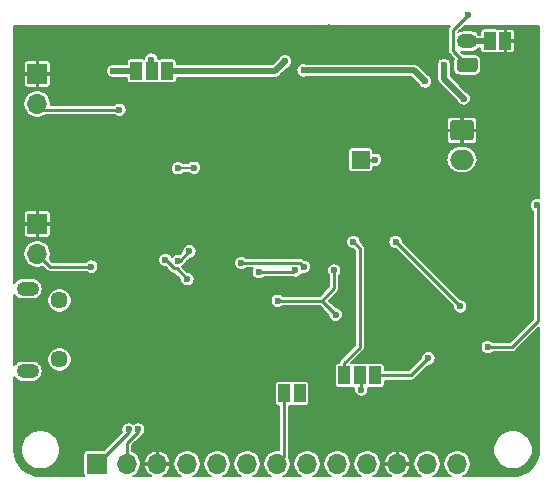
<source format=gbr>
G04 #@! TF.GenerationSoftware,KiCad,Pcbnew,(5.1.8)-1*
G04 #@! TF.CreationDate,2021-09-05T10:08:22+02:00*
G04 #@! TF.ProjectId,SuperPower-uC-KiCad,53757065-7250-46f7-9765-722d75432d4b,rev?*
G04 #@! TF.SameCoordinates,Original*
G04 #@! TF.FileFunction,Copper,L4,Bot*
G04 #@! TF.FilePolarity,Positive*
%FSLAX46Y46*%
G04 Gerber Fmt 4.6, Leading zero omitted, Abs format (unit mm)*
G04 Created by KiCad (PCBNEW (5.1.8)-1) date 2021-09-05 10:08:22*
%MOMM*%
%LPD*%
G01*
G04 APERTURE LIST*
G04 #@! TA.AperFunction,SMDPad,CuDef*
%ADD10R,1.000000X1.500000*%
G04 #@! TD*
G04 #@! TA.AperFunction,ComponentPad*
%ADD11O,1.700000X1.700000*%
G04 #@! TD*
G04 #@! TA.AperFunction,ComponentPad*
%ADD12R,1.700000X1.700000*%
G04 #@! TD*
G04 #@! TA.AperFunction,ComponentPad*
%ADD13O,1.900000X1.200000*%
G04 #@! TD*
G04 #@! TA.AperFunction,ComponentPad*
%ADD14C,1.450000*%
G04 #@! TD*
G04 #@! TA.AperFunction,ComponentPad*
%ADD15O,1.750000X1.200000*%
G04 #@! TD*
G04 #@! TA.AperFunction,SMDPad,CuDef*
%ADD16R,1.500000X1.500000*%
G04 #@! TD*
G04 #@! TA.AperFunction,ComponentPad*
%ADD17O,2.000000X1.700000*%
G04 #@! TD*
G04 #@! TA.AperFunction,ViaPad*
%ADD18C,0.600000*%
G04 #@! TD*
G04 #@! TA.AperFunction,ViaPad*
%ADD19C,0.800000*%
G04 #@! TD*
G04 #@! TA.AperFunction,Conductor*
%ADD20C,0.250000*%
G04 #@! TD*
G04 #@! TA.AperFunction,Conductor*
%ADD21C,0.500000*%
G04 #@! TD*
G04 #@! TA.AperFunction,Conductor*
%ADD22C,0.200000*%
G04 #@! TD*
G04 #@! TA.AperFunction,Conductor*
%ADD23C,0.100000*%
G04 #@! TD*
G04 APERTURE END LIST*
D10*
X173822600Y-86233000D03*
X175122600Y-86233000D03*
X157708600Y-116078000D03*
X156408600Y-116078000D03*
X164088600Y-114554000D03*
X162788600Y-114554000D03*
X161488600Y-114554000D03*
D11*
X171043600Y-122047000D03*
X168503600Y-122047000D03*
X165963600Y-122047000D03*
X163423600Y-122047000D03*
X160883600Y-122047000D03*
X158343600Y-122047000D03*
X155803600Y-122047000D03*
X153263600Y-122047000D03*
X150723600Y-122047000D03*
X148183600Y-122047000D03*
X145643600Y-122047000D03*
X143103600Y-122047000D03*
D12*
X140563600Y-122047000D03*
D11*
X135483600Y-104267000D03*
D12*
X135483600Y-101727000D03*
D13*
X134670800Y-114202600D03*
X134670800Y-107202600D03*
D14*
X137370800Y-113202600D03*
X137370800Y-108202600D03*
D11*
X135483600Y-91567000D03*
D12*
X135483600Y-89027000D03*
D15*
X171907200Y-86258400D03*
G04 #@! TA.AperFunction,ComponentPad*
G36*
G01*
X172532201Y-88858400D02*
X171282199Y-88858400D01*
G75*
G02*
X171032200Y-88608401I0J249999D01*
G01*
X171032200Y-87908399D01*
G75*
G02*
X171282199Y-87658400I249999J0D01*
G01*
X172532201Y-87658400D01*
G75*
G02*
X172782200Y-87908399I0J-249999D01*
G01*
X172782200Y-88608401D01*
G75*
G02*
X172532201Y-88858400I-249999J0D01*
G01*
G37*
G04 #@! TD.AperFunction*
D16*
X162864800Y-96291400D03*
D10*
X146486400Y-88773000D03*
X145186400Y-88773000D03*
X143886400Y-88773000D03*
D17*
X171450000Y-96291400D03*
G04 #@! TA.AperFunction,ComponentPad*
G36*
G01*
X170700000Y-92941400D02*
X172200000Y-92941400D01*
G75*
G02*
X172450000Y-93191400I0J-250000D01*
G01*
X172450000Y-94391400D01*
G75*
G02*
X172200000Y-94641400I-250000J0D01*
G01*
X170700000Y-94641400D01*
G75*
G02*
X170450000Y-94391400I0J250000D01*
G01*
X170450000Y-93191400D01*
G75*
G02*
X170700000Y-92941400I250000J0D01*
G01*
G37*
G04 #@! TD.AperFunction*
D18*
X151765000Y-109397800D03*
X141163384Y-109843220D03*
D19*
X160172400Y-85217004D03*
X160193198Y-86059800D03*
D18*
X148399500Y-90208100D03*
X145910300Y-92494100D03*
X143327128Y-106334560D03*
X137261600Y-94615000D03*
X138633200Y-112522026D03*
X138277600Y-114300000D03*
X144881600Y-113665000D03*
X145643600Y-113665000D03*
X146405600Y-113665000D03*
X147167600Y-113665000D03*
X147929600Y-113665000D03*
D19*
X172313600Y-119634000D03*
X159232600Y-118618000D03*
X161391600Y-118491000D03*
X152374600Y-117983000D03*
D18*
X155676600Y-118872000D03*
D19*
X166725600Y-118872000D03*
X161518600Y-120650000D03*
D18*
X159867600Y-99314000D03*
X155295600Y-95504000D03*
D19*
X160121600Y-90932000D03*
D18*
X150723600Y-94361000D03*
X156311600Y-94361000D03*
X156311600Y-87122000D03*
X151485600Y-87122000D03*
D19*
X163221800Y-113104800D03*
X172241768Y-117972364D03*
X171222800Y-113104800D03*
D18*
X169392600Y-111125000D03*
D19*
X153263600Y-98298000D03*
D18*
X159613600Y-116332000D03*
X153918850Y-117495250D03*
D19*
X162052000Y-116001800D03*
D18*
X142341590Y-90170000D03*
X143865600Y-98552000D03*
X143357600Y-98552000D03*
X142595600Y-98425000D03*
X175488600Y-103505000D03*
X177139600Y-105410000D03*
X156057600Y-113411000D03*
X167487606Y-98425000D03*
X164312600Y-98425000D03*
D19*
X169519600Y-97536000D03*
X169519590Y-94996000D03*
D18*
X160756604Y-111125000D03*
X161442396Y-111125000D03*
X166268400Y-92989400D03*
X148844000Y-86690200D03*
X163169600Y-102108000D03*
X166217600Y-101981000D03*
X156438600Y-102870000D03*
X167553658Y-105851942D03*
X159232600Y-105664000D03*
X161772600Y-105536996D03*
X171932600Y-84074000D03*
X158038800Y-88722200D03*
X168323179Y-89659379D03*
X171297600Y-108712000D03*
X165836600Y-103251000D03*
X164084000Y-96291400D03*
X142452662Y-92062454D03*
X141935200Y-88773000D03*
X144030613Y-119126000D03*
X152755600Y-105029000D03*
X158066544Y-105357436D03*
X147391120Y-104874060D03*
X148377611Y-104051648D03*
X143230598Y-119126000D03*
X147405197Y-97011597D03*
X148764900Y-96974300D03*
X154251590Y-105791000D03*
X157327600Y-105663996D03*
X162251598Y-103251000D03*
X157708600Y-116078000D03*
X140055600Y-105346500D03*
X146342100Y-104775000D03*
X148193742Y-106410742D03*
X155854400Y-108229400D03*
X160756598Y-109410500D03*
X160629600Y-105664000D03*
X177808400Y-100139500D03*
X173634400Y-112141000D03*
X168605200Y-113106200D03*
X156464000Y-87960200D03*
X169926000Y-88265000D03*
X171602400Y-91109800D03*
X162915600Y-115747800D03*
X145135600Y-87807800D03*
D20*
X170707190Y-85299410D02*
X171932600Y-84074000D01*
X170707190Y-87058390D02*
X170707190Y-85299410D01*
X171907200Y-88258400D02*
X170707190Y-87058390D01*
D21*
X158038800Y-88722200D02*
X167386000Y-88722200D01*
X167386000Y-88722200D02*
X168323179Y-89659379D01*
D20*
X171297600Y-108712000D02*
X170997601Y-108412001D01*
X170997601Y-108412001D02*
X165836600Y-103251000D01*
X162864800Y-96291400D02*
X164084000Y-96291400D01*
D21*
X173797200Y-86258400D02*
X173822600Y-86233000D01*
X171907200Y-86258400D02*
X173797200Y-86258400D01*
D20*
X142440116Y-92075000D02*
X142452662Y-92062454D01*
X135991600Y-92075000D02*
X142440116Y-92075000D01*
X135483600Y-91567000D02*
X135991600Y-92075000D01*
D21*
X141935200Y-88773000D02*
X143886400Y-88773000D01*
D20*
X156408600Y-121442000D02*
X156408600Y-116078000D01*
X155803600Y-122047000D02*
X156408600Y-121442000D01*
X144030613Y-119341987D02*
X144030613Y-119126000D01*
X143103600Y-120269000D02*
X144030613Y-119341987D01*
X143103600Y-122047000D02*
X143103600Y-120269000D01*
X157748107Y-105038999D02*
X158066544Y-105357436D01*
X152755600Y-105029000D02*
X157738108Y-105029000D01*
X157738108Y-105029000D02*
X157748107Y-105038999D01*
X147555199Y-104874060D02*
X148377611Y-104051648D01*
X147391120Y-104874060D02*
X147555199Y-104874060D01*
X143230598Y-119380002D02*
X143230598Y-119126000D01*
X140563600Y-122047000D02*
X143230598Y-119380002D01*
D22*
X148727603Y-97011597D02*
X148764900Y-96974300D01*
X147405197Y-97011597D02*
X148727603Y-97011597D01*
D20*
X154251590Y-105791000D02*
X157200596Y-105791000D01*
X157200596Y-105791000D02*
X157327600Y-105663996D01*
X161488600Y-113497398D02*
X161488600Y-114554000D01*
X162788600Y-112197398D02*
X161488600Y-113497398D01*
X162788600Y-103788002D02*
X162788600Y-112197398D01*
X162251598Y-103251000D02*
X162788600Y-103788002D01*
X136563100Y-105346500D02*
X140055600Y-105346500D01*
X135483600Y-104267000D02*
X136563100Y-105346500D01*
X146367058Y-104775000D02*
X146342100Y-104775000D01*
X147091119Y-105499061D02*
X146367058Y-104775000D01*
X147282061Y-105499061D02*
X147091119Y-105499061D01*
X148193742Y-106410742D02*
X147282061Y-105499061D01*
X155854400Y-108229400D02*
X159575498Y-108229400D01*
X159575498Y-108229400D02*
X160756598Y-109410500D01*
X160629600Y-107175298D02*
X160629600Y-105664000D01*
X159575498Y-108229400D02*
X160629600Y-107175298D01*
X177808400Y-100139500D02*
X177901600Y-100232700D01*
X177901600Y-100232700D02*
X177901600Y-109956600D01*
X175717200Y-112141000D02*
X173634400Y-112141000D01*
X177901600Y-109956600D02*
X175717200Y-112141000D01*
X167157400Y-114554000D02*
X164088600Y-114554000D01*
X168605200Y-113106200D02*
X167157400Y-114554000D01*
D21*
X169926000Y-89433400D02*
X171602400Y-91109800D01*
X169926000Y-88265000D02*
X169926000Y-89433400D01*
X155651200Y-88773000D02*
X156464000Y-87960200D01*
X146486400Y-88773000D02*
X155651200Y-88773000D01*
D20*
X162915600Y-114681000D02*
X162788600Y-114554000D01*
X162915600Y-115747800D02*
X162915600Y-114681000D01*
D21*
X145135600Y-88722200D02*
X145186400Y-88773000D01*
X145135600Y-87807800D02*
X145135600Y-88722200D01*
D22*
X170414703Y-84976715D02*
X170398112Y-84990331D01*
X170343752Y-85056568D01*
X170303360Y-85132138D01*
X170278485Y-85214136D01*
X170270087Y-85299410D01*
X170272191Y-85320774D01*
X170272190Y-87037036D01*
X170270087Y-87058390D01*
X170272190Y-87079744D01*
X170272190Y-87079751D01*
X170278485Y-87143664D01*
X170303359Y-87225661D01*
X170343751Y-87301231D01*
X170398111Y-87367469D01*
X170414708Y-87381090D01*
X170754993Y-87721375D01*
X170731490Y-87798856D01*
X170720701Y-87908399D01*
X170720701Y-88608401D01*
X170731490Y-88717944D01*
X170763442Y-88823277D01*
X170815330Y-88920353D01*
X170885160Y-89005440D01*
X170970247Y-89075270D01*
X171067323Y-89127158D01*
X171172656Y-89159110D01*
X171282199Y-89169899D01*
X172532201Y-89169899D01*
X172641744Y-89159110D01*
X172747077Y-89127158D01*
X172844153Y-89075270D01*
X172929240Y-89005440D01*
X172999070Y-88920353D01*
X173050958Y-88823277D01*
X173082910Y-88717944D01*
X173093699Y-88608401D01*
X173093699Y-87908399D01*
X173082910Y-87798856D01*
X173050958Y-87693523D01*
X172999070Y-87596447D01*
X172929240Y-87511360D01*
X172844153Y-87441530D01*
X172747077Y-87389642D01*
X172641744Y-87357690D01*
X172532201Y-87346901D01*
X171610883Y-87346901D01*
X171404152Y-87140170D01*
X171453809Y-87155233D01*
X171587496Y-87168400D01*
X172226904Y-87168400D01*
X172360591Y-87155233D01*
X172532127Y-87103198D01*
X172690215Y-87018698D01*
X172828781Y-86904981D01*
X172899835Y-86818400D01*
X173011101Y-86818400D01*
X173011101Y-86983000D01*
X173017086Y-87043770D01*
X173034812Y-87102206D01*
X173063598Y-87156060D01*
X173102337Y-87203263D01*
X173149540Y-87242002D01*
X173203394Y-87270788D01*
X173261830Y-87288514D01*
X173322600Y-87294499D01*
X174322600Y-87294499D01*
X174383370Y-87288514D01*
X174441806Y-87270788D01*
X174483206Y-87248659D01*
X174507239Y-87261505D01*
X174563790Y-87278660D01*
X174622600Y-87284452D01*
X174997600Y-87283000D01*
X175072600Y-87208000D01*
X175072600Y-86283000D01*
X175172600Y-86283000D01*
X175172600Y-87208000D01*
X175247600Y-87283000D01*
X175622600Y-87284452D01*
X175681410Y-87278660D01*
X175737961Y-87261505D01*
X175790078Y-87233648D01*
X175835759Y-87196159D01*
X175873248Y-87150478D01*
X175901105Y-87098361D01*
X175918260Y-87041810D01*
X175924052Y-86983000D01*
X175922600Y-86358000D01*
X175847600Y-86283000D01*
X175172600Y-86283000D01*
X175072600Y-86283000D01*
X175052600Y-86283000D01*
X175052600Y-86183000D01*
X175072600Y-86183000D01*
X175072600Y-85258000D01*
X175172600Y-85258000D01*
X175172600Y-86183000D01*
X175847600Y-86183000D01*
X175922600Y-86108000D01*
X175924052Y-85483000D01*
X175918260Y-85424190D01*
X175901105Y-85367639D01*
X175873248Y-85315522D01*
X175835759Y-85269841D01*
X175790078Y-85232352D01*
X175737961Y-85204495D01*
X175681410Y-85187340D01*
X175622600Y-85181548D01*
X175247600Y-85183000D01*
X175172600Y-85258000D01*
X175072600Y-85258000D01*
X174997600Y-85183000D01*
X174622600Y-85181548D01*
X174563790Y-85187340D01*
X174507239Y-85204495D01*
X174483206Y-85217341D01*
X174441806Y-85195212D01*
X174383370Y-85177486D01*
X174322600Y-85171501D01*
X173322600Y-85171501D01*
X173261830Y-85177486D01*
X173203394Y-85195212D01*
X173149540Y-85223998D01*
X173102337Y-85262737D01*
X173063598Y-85309940D01*
X173034812Y-85363794D01*
X173017086Y-85422230D01*
X173011101Y-85483000D01*
X173011101Y-85698400D01*
X172899835Y-85698400D01*
X172828781Y-85611819D01*
X172690215Y-85498102D01*
X172532127Y-85413602D01*
X172360591Y-85361567D01*
X172226904Y-85348400D01*
X171587496Y-85348400D01*
X171453809Y-85361567D01*
X171282273Y-85413602D01*
X171142190Y-85488478D01*
X171142190Y-85479592D01*
X171685782Y-84936000D01*
X177998400Y-84936000D01*
X177998400Y-99557941D01*
X177986331Y-99552942D01*
X177868480Y-99529500D01*
X177748320Y-99529500D01*
X177630469Y-99552942D01*
X177519456Y-99598925D01*
X177419547Y-99665682D01*
X177334582Y-99750647D01*
X177267825Y-99850556D01*
X177221842Y-99961569D01*
X177198400Y-100079420D01*
X177198400Y-100199580D01*
X177221842Y-100317431D01*
X177267825Y-100428444D01*
X177334582Y-100528353D01*
X177419547Y-100613318D01*
X177466600Y-100644758D01*
X177466601Y-109776416D01*
X175537018Y-111706000D01*
X174062071Y-111706000D01*
X174023253Y-111667182D01*
X173923344Y-111600425D01*
X173812331Y-111554442D01*
X173694480Y-111531000D01*
X173574320Y-111531000D01*
X173456469Y-111554442D01*
X173345456Y-111600425D01*
X173245547Y-111667182D01*
X173160582Y-111752147D01*
X173093825Y-111852056D01*
X173047842Y-111963069D01*
X173024400Y-112080920D01*
X173024400Y-112201080D01*
X173047842Y-112318931D01*
X173093825Y-112429944D01*
X173160582Y-112529853D01*
X173245547Y-112614818D01*
X173345456Y-112681575D01*
X173456469Y-112727558D01*
X173574320Y-112751000D01*
X173694480Y-112751000D01*
X173812331Y-112727558D01*
X173923344Y-112681575D01*
X174023253Y-112614818D01*
X174062071Y-112576000D01*
X175695846Y-112576000D01*
X175717200Y-112578103D01*
X175738554Y-112576000D01*
X175738562Y-112576000D01*
X175802475Y-112569705D01*
X175884472Y-112544831D01*
X175960042Y-112504439D01*
X176026279Y-112450079D01*
X176039900Y-112433482D01*
X177998401Y-110474982D01*
X177998401Y-120811408D01*
X177953863Y-121265640D01*
X177826705Y-121686808D01*
X177620166Y-122075251D01*
X177342111Y-122416181D01*
X177003129Y-122696611D01*
X176616136Y-122905858D01*
X176195870Y-123035952D01*
X175742547Y-123083598D01*
X175742007Y-123083600D01*
X171572253Y-123083600D01*
X171593066Y-123074979D01*
X171783057Y-122948031D01*
X171944631Y-122786457D01*
X172071579Y-122596466D01*
X172159022Y-122385360D01*
X172203600Y-122161250D01*
X172203600Y-121932750D01*
X172159022Y-121708640D01*
X172071579Y-121497534D01*
X171944631Y-121307543D01*
X171783057Y-121145969D01*
X171593066Y-121019021D01*
X171381960Y-120931578D01*
X171157850Y-120887000D01*
X170929350Y-120887000D01*
X170705240Y-120931578D01*
X170494134Y-121019021D01*
X170304143Y-121145969D01*
X170142569Y-121307543D01*
X170015621Y-121497534D01*
X169928178Y-121708640D01*
X169883600Y-121932750D01*
X169883600Y-122161250D01*
X169928178Y-122385360D01*
X170015621Y-122596466D01*
X170142569Y-122786457D01*
X170304143Y-122948031D01*
X170494134Y-123074979D01*
X170514947Y-123083600D01*
X169032253Y-123083600D01*
X169053066Y-123074979D01*
X169243057Y-122948031D01*
X169404631Y-122786457D01*
X169531579Y-122596466D01*
X169619022Y-122385360D01*
X169663600Y-122161250D01*
X169663600Y-121932750D01*
X169619022Y-121708640D01*
X169531579Y-121497534D01*
X169404631Y-121307543D01*
X169243057Y-121145969D01*
X169053066Y-121019021D01*
X168841960Y-120931578D01*
X168617850Y-120887000D01*
X168389350Y-120887000D01*
X168165240Y-120931578D01*
X167954134Y-121019021D01*
X167764143Y-121145969D01*
X167602569Y-121307543D01*
X167475621Y-121497534D01*
X167388178Y-121708640D01*
X167343600Y-121932750D01*
X167343600Y-122161250D01*
X167388178Y-122385360D01*
X167475621Y-122596466D01*
X167602569Y-122786457D01*
X167764143Y-122948031D01*
X167954134Y-123074979D01*
X167974947Y-123083600D01*
X166451573Y-123083600D01*
X166598464Y-123005881D01*
X166773334Y-122863600D01*
X166917086Y-122689938D01*
X167024196Y-122491568D01*
X167090548Y-122276114D01*
X167037515Y-122097000D01*
X166013600Y-122097000D01*
X166013600Y-122117000D01*
X165913600Y-122117000D01*
X165913600Y-122097000D01*
X164889685Y-122097000D01*
X164836652Y-122276114D01*
X164903004Y-122491568D01*
X165010114Y-122689938D01*
X165153866Y-122863600D01*
X165328736Y-123005881D01*
X165475627Y-123083600D01*
X163952253Y-123083600D01*
X163973066Y-123074979D01*
X164163057Y-122948031D01*
X164324631Y-122786457D01*
X164451579Y-122596466D01*
X164539022Y-122385360D01*
X164583600Y-122161250D01*
X164583600Y-121932750D01*
X164560753Y-121817886D01*
X164836652Y-121817886D01*
X164889685Y-121997000D01*
X165913600Y-121997000D01*
X165913600Y-120973163D01*
X166013600Y-120973163D01*
X166013600Y-121997000D01*
X167037515Y-121997000D01*
X167090548Y-121817886D01*
X167024196Y-121602432D01*
X166917086Y-121404062D01*
X166773334Y-121230400D01*
X166598464Y-121088119D01*
X166399197Y-120982688D01*
X166192714Y-120920054D01*
X166013600Y-120973163D01*
X165913600Y-120973163D01*
X165734486Y-120920054D01*
X165528003Y-120982688D01*
X165328736Y-121088119D01*
X165153866Y-121230400D01*
X165010114Y-121404062D01*
X164903004Y-121602432D01*
X164836652Y-121817886D01*
X164560753Y-121817886D01*
X164539022Y-121708640D01*
X164451579Y-121497534D01*
X164324631Y-121307543D01*
X164163057Y-121145969D01*
X163973066Y-121019021D01*
X163761960Y-120931578D01*
X163537850Y-120887000D01*
X163309350Y-120887000D01*
X163085240Y-120931578D01*
X162874134Y-121019021D01*
X162684143Y-121145969D01*
X162522569Y-121307543D01*
X162395621Y-121497534D01*
X162308178Y-121708640D01*
X162263600Y-121932750D01*
X162263600Y-122161250D01*
X162308178Y-122385360D01*
X162395621Y-122596466D01*
X162522569Y-122786457D01*
X162684143Y-122948031D01*
X162874134Y-123074979D01*
X162894947Y-123083600D01*
X161412253Y-123083600D01*
X161433066Y-123074979D01*
X161623057Y-122948031D01*
X161784631Y-122786457D01*
X161911579Y-122596466D01*
X161999022Y-122385360D01*
X162043600Y-122161250D01*
X162043600Y-121932750D01*
X161999022Y-121708640D01*
X161911579Y-121497534D01*
X161784631Y-121307543D01*
X161623057Y-121145969D01*
X161433066Y-121019021D01*
X161221960Y-120931578D01*
X160997850Y-120887000D01*
X160769350Y-120887000D01*
X160545240Y-120931578D01*
X160334134Y-121019021D01*
X160144143Y-121145969D01*
X159982569Y-121307543D01*
X159855621Y-121497534D01*
X159768178Y-121708640D01*
X159723600Y-121932750D01*
X159723600Y-122161250D01*
X159768178Y-122385360D01*
X159855621Y-122596466D01*
X159982569Y-122786457D01*
X160144143Y-122948031D01*
X160334134Y-123074979D01*
X160354947Y-123083600D01*
X158872253Y-123083600D01*
X158893066Y-123074979D01*
X159083057Y-122948031D01*
X159244631Y-122786457D01*
X159371579Y-122596466D01*
X159459022Y-122385360D01*
X159503600Y-122161250D01*
X159503600Y-121932750D01*
X159459022Y-121708640D01*
X159371579Y-121497534D01*
X159244631Y-121307543D01*
X159083057Y-121145969D01*
X158893066Y-121019021D01*
X158681960Y-120931578D01*
X158457850Y-120887000D01*
X158229350Y-120887000D01*
X158005240Y-120931578D01*
X157794134Y-121019021D01*
X157604143Y-121145969D01*
X157442569Y-121307543D01*
X157315621Y-121497534D01*
X157228178Y-121708640D01*
X157183600Y-121932750D01*
X157183600Y-122161250D01*
X157228178Y-122385360D01*
X157315621Y-122596466D01*
X157442569Y-122786457D01*
X157604143Y-122948031D01*
X157794134Y-123074979D01*
X157814947Y-123083600D01*
X156332253Y-123083600D01*
X156353066Y-123074979D01*
X156543057Y-122948031D01*
X156704631Y-122786457D01*
X156831579Y-122596466D01*
X156919022Y-122385360D01*
X156963600Y-122161250D01*
X156963600Y-121932750D01*
X156919022Y-121708640D01*
X156838572Y-121514415D01*
X156840739Y-121492410D01*
X156843600Y-121463362D01*
X156843600Y-121463355D01*
X156845703Y-121442001D01*
X156843600Y-121420647D01*
X156843600Y-120689704D01*
X174108000Y-120689704D01*
X174108000Y-121016696D01*
X174171793Y-121337404D01*
X174296927Y-121639505D01*
X174478594Y-121911388D01*
X174709812Y-122142606D01*
X174981695Y-122324273D01*
X175283796Y-122449407D01*
X175604504Y-122513200D01*
X175931496Y-122513200D01*
X176252204Y-122449407D01*
X176554305Y-122324273D01*
X176826188Y-122142606D01*
X177057406Y-121911388D01*
X177239073Y-121639505D01*
X177364207Y-121337404D01*
X177428000Y-121016696D01*
X177428000Y-120689704D01*
X177364207Y-120368996D01*
X177239073Y-120066895D01*
X177057406Y-119795012D01*
X176826188Y-119563794D01*
X176554305Y-119382127D01*
X176252204Y-119256993D01*
X175931496Y-119193200D01*
X175604504Y-119193200D01*
X175283796Y-119256993D01*
X174981695Y-119382127D01*
X174709812Y-119563794D01*
X174478594Y-119795012D01*
X174296927Y-120066895D01*
X174171793Y-120368996D01*
X174108000Y-120689704D01*
X156843600Y-120689704D01*
X156843600Y-117139499D01*
X156908600Y-117139499D01*
X156969370Y-117133514D01*
X157027806Y-117115788D01*
X157058600Y-117099328D01*
X157089394Y-117115788D01*
X157147830Y-117133514D01*
X157208600Y-117139499D01*
X158208600Y-117139499D01*
X158269370Y-117133514D01*
X158327806Y-117115788D01*
X158381660Y-117087002D01*
X158428863Y-117048263D01*
X158467602Y-117001060D01*
X158496388Y-116947206D01*
X158514114Y-116888770D01*
X158520099Y-116828000D01*
X158520099Y-115328000D01*
X158514114Y-115267230D01*
X158496388Y-115208794D01*
X158467602Y-115154940D01*
X158428863Y-115107737D01*
X158381660Y-115068998D01*
X158327806Y-115040212D01*
X158269370Y-115022486D01*
X158208600Y-115016501D01*
X157208600Y-115016501D01*
X157147830Y-115022486D01*
X157089394Y-115040212D01*
X157058600Y-115056672D01*
X157027806Y-115040212D01*
X156969370Y-115022486D01*
X156908600Y-115016501D01*
X155908600Y-115016501D01*
X155847830Y-115022486D01*
X155789394Y-115040212D01*
X155735540Y-115068998D01*
X155688337Y-115107737D01*
X155649598Y-115154940D01*
X155620812Y-115208794D01*
X155603086Y-115267230D01*
X155597101Y-115328000D01*
X155597101Y-116828000D01*
X155603086Y-116888770D01*
X155620812Y-116947206D01*
X155649598Y-117001060D01*
X155688337Y-117048263D01*
X155735540Y-117087002D01*
X155789394Y-117115788D01*
X155847830Y-117133514D01*
X155908600Y-117139499D01*
X155973601Y-117139499D01*
X155973600Y-120898089D01*
X155917850Y-120887000D01*
X155689350Y-120887000D01*
X155465240Y-120931578D01*
X155254134Y-121019021D01*
X155064143Y-121145969D01*
X154902569Y-121307543D01*
X154775621Y-121497534D01*
X154688178Y-121708640D01*
X154643600Y-121932750D01*
X154643600Y-122161250D01*
X154688178Y-122385360D01*
X154775621Y-122596466D01*
X154902569Y-122786457D01*
X155064143Y-122948031D01*
X155254134Y-123074979D01*
X155274947Y-123083600D01*
X153792253Y-123083600D01*
X153813066Y-123074979D01*
X154003057Y-122948031D01*
X154164631Y-122786457D01*
X154291579Y-122596466D01*
X154379022Y-122385360D01*
X154423600Y-122161250D01*
X154423600Y-121932750D01*
X154379022Y-121708640D01*
X154291579Y-121497534D01*
X154164631Y-121307543D01*
X154003057Y-121145969D01*
X153813066Y-121019021D01*
X153601960Y-120931578D01*
X153377850Y-120887000D01*
X153149350Y-120887000D01*
X152925240Y-120931578D01*
X152714134Y-121019021D01*
X152524143Y-121145969D01*
X152362569Y-121307543D01*
X152235621Y-121497534D01*
X152148178Y-121708640D01*
X152103600Y-121932750D01*
X152103600Y-122161250D01*
X152148178Y-122385360D01*
X152235621Y-122596466D01*
X152362569Y-122786457D01*
X152524143Y-122948031D01*
X152714134Y-123074979D01*
X152734947Y-123083600D01*
X151252253Y-123083600D01*
X151273066Y-123074979D01*
X151463057Y-122948031D01*
X151624631Y-122786457D01*
X151751579Y-122596466D01*
X151839022Y-122385360D01*
X151883600Y-122161250D01*
X151883600Y-121932750D01*
X151839022Y-121708640D01*
X151751579Y-121497534D01*
X151624631Y-121307543D01*
X151463057Y-121145969D01*
X151273066Y-121019021D01*
X151061960Y-120931578D01*
X150837850Y-120887000D01*
X150609350Y-120887000D01*
X150385240Y-120931578D01*
X150174134Y-121019021D01*
X149984143Y-121145969D01*
X149822569Y-121307543D01*
X149695621Y-121497534D01*
X149608178Y-121708640D01*
X149563600Y-121932750D01*
X149563600Y-122161250D01*
X149608178Y-122385360D01*
X149695621Y-122596466D01*
X149822569Y-122786457D01*
X149984143Y-122948031D01*
X150174134Y-123074979D01*
X150194947Y-123083600D01*
X148712253Y-123083600D01*
X148733066Y-123074979D01*
X148923057Y-122948031D01*
X149084631Y-122786457D01*
X149211579Y-122596466D01*
X149299022Y-122385360D01*
X149343600Y-122161250D01*
X149343600Y-121932750D01*
X149299022Y-121708640D01*
X149211579Y-121497534D01*
X149084631Y-121307543D01*
X148923057Y-121145969D01*
X148733066Y-121019021D01*
X148521960Y-120931578D01*
X148297850Y-120887000D01*
X148069350Y-120887000D01*
X147845240Y-120931578D01*
X147634134Y-121019021D01*
X147444143Y-121145969D01*
X147282569Y-121307543D01*
X147155621Y-121497534D01*
X147068178Y-121708640D01*
X147023600Y-121932750D01*
X147023600Y-122161250D01*
X147068178Y-122385360D01*
X147155621Y-122596466D01*
X147282569Y-122786457D01*
X147444143Y-122948031D01*
X147634134Y-123074979D01*
X147654947Y-123083600D01*
X146131573Y-123083600D01*
X146278464Y-123005881D01*
X146453334Y-122863600D01*
X146597086Y-122689938D01*
X146704196Y-122491568D01*
X146770548Y-122276114D01*
X146717515Y-122097000D01*
X145693600Y-122097000D01*
X145693600Y-122117000D01*
X145593600Y-122117000D01*
X145593600Y-122097000D01*
X144569685Y-122097000D01*
X144516652Y-122276114D01*
X144583004Y-122491568D01*
X144690114Y-122689938D01*
X144833866Y-122863600D01*
X145008736Y-123005881D01*
X145155627Y-123083600D01*
X143632253Y-123083600D01*
X143653066Y-123074979D01*
X143843057Y-122948031D01*
X144004631Y-122786457D01*
X144131579Y-122596466D01*
X144219022Y-122385360D01*
X144263600Y-122161250D01*
X144263600Y-121932750D01*
X144240753Y-121817886D01*
X144516652Y-121817886D01*
X144569685Y-121997000D01*
X145593600Y-121997000D01*
X145593600Y-120973163D01*
X145693600Y-120973163D01*
X145693600Y-121997000D01*
X146717515Y-121997000D01*
X146770548Y-121817886D01*
X146704196Y-121602432D01*
X146597086Y-121404062D01*
X146453334Y-121230400D01*
X146278464Y-121088119D01*
X146079197Y-120982688D01*
X145872714Y-120920054D01*
X145693600Y-120973163D01*
X145593600Y-120973163D01*
X145414486Y-120920054D01*
X145208003Y-120982688D01*
X145008736Y-121088119D01*
X144833866Y-121230400D01*
X144690114Y-121404062D01*
X144583004Y-121602432D01*
X144516652Y-121817886D01*
X144240753Y-121817886D01*
X144219022Y-121708640D01*
X144131579Y-121497534D01*
X144004631Y-121307543D01*
X143843057Y-121145969D01*
X143653066Y-121019021D01*
X143538600Y-120971608D01*
X143538600Y-120449182D01*
X144323102Y-119664681D01*
X144326215Y-119662126D01*
X144419466Y-119599818D01*
X144504431Y-119514853D01*
X144571188Y-119414944D01*
X144617171Y-119303931D01*
X144640613Y-119186080D01*
X144640613Y-119065920D01*
X144617171Y-118948069D01*
X144571188Y-118837056D01*
X144504431Y-118737147D01*
X144419466Y-118652182D01*
X144319557Y-118585425D01*
X144208544Y-118539442D01*
X144090693Y-118516000D01*
X143970533Y-118516000D01*
X143852682Y-118539442D01*
X143741669Y-118585425D01*
X143641760Y-118652182D01*
X143630606Y-118663337D01*
X143619451Y-118652182D01*
X143519542Y-118585425D01*
X143408529Y-118539442D01*
X143290678Y-118516000D01*
X143170518Y-118516000D01*
X143052667Y-118539442D01*
X142941654Y-118585425D01*
X142841745Y-118652182D01*
X142756780Y-118737147D01*
X142690023Y-118837056D01*
X142644040Y-118948069D01*
X142620598Y-119065920D01*
X142620598Y-119186080D01*
X142644040Y-119303931D01*
X142657937Y-119337480D01*
X141109917Y-120885501D01*
X139713600Y-120885501D01*
X139652830Y-120891486D01*
X139594394Y-120909212D01*
X139540540Y-120937998D01*
X139493337Y-120976737D01*
X139454598Y-121023940D01*
X139425812Y-121077794D01*
X139408086Y-121136230D01*
X139402101Y-121197000D01*
X139402101Y-122897000D01*
X139408086Y-122957770D01*
X139425812Y-123016206D01*
X139454598Y-123070060D01*
X139465710Y-123083600D01*
X135779382Y-123083600D01*
X135335027Y-123040030D01*
X134923355Y-122915740D01*
X134543661Y-122713854D01*
X134210414Y-122442065D01*
X133936303Y-122110721D01*
X133731773Y-121732450D01*
X133604611Y-121321656D01*
X133558001Y-120878190D01*
X133557998Y-120877429D01*
X133557998Y-120877428D01*
X133557551Y-120689704D01*
X134103000Y-120689704D01*
X134103000Y-121016696D01*
X134166793Y-121337404D01*
X134291927Y-121639505D01*
X134473594Y-121911388D01*
X134704812Y-122142606D01*
X134976695Y-122324273D01*
X135278796Y-122449407D01*
X135599504Y-122513200D01*
X135926496Y-122513200D01*
X136247204Y-122449407D01*
X136549305Y-122324273D01*
X136821188Y-122142606D01*
X137052406Y-121911388D01*
X137234073Y-121639505D01*
X137359207Y-121337404D01*
X137423000Y-121016696D01*
X137423000Y-120689704D01*
X137359207Y-120368996D01*
X137234073Y-120066895D01*
X137052406Y-119795012D01*
X136821188Y-119563794D01*
X136549305Y-119382127D01*
X136247204Y-119256993D01*
X135926496Y-119193200D01*
X135599504Y-119193200D01*
X135278796Y-119256993D01*
X134976695Y-119382127D01*
X134704812Y-119563794D01*
X134473594Y-119795012D01*
X134291927Y-120066895D01*
X134166793Y-120368996D01*
X134103000Y-120689704D01*
X133557551Y-120689704D01*
X133552920Y-118745005D01*
X133557969Y-114705876D01*
X133560502Y-114710615D01*
X133674219Y-114849181D01*
X133812785Y-114962898D01*
X133970873Y-115047398D01*
X134142409Y-115099433D01*
X134276096Y-115112600D01*
X135065504Y-115112600D01*
X135199191Y-115099433D01*
X135370727Y-115047398D01*
X135528815Y-114962898D01*
X135667381Y-114849181D01*
X135781098Y-114710615D01*
X135865598Y-114552527D01*
X135917633Y-114380991D01*
X135935203Y-114202600D01*
X135917633Y-114024209D01*
X135865598Y-113852673D01*
X135781098Y-113694585D01*
X135667381Y-113556019D01*
X135528815Y-113442302D01*
X135370727Y-113357802D01*
X135199191Y-113305767D01*
X135065504Y-113292600D01*
X134276096Y-113292600D01*
X134142409Y-113305767D01*
X133970873Y-113357802D01*
X133812785Y-113442302D01*
X133674219Y-113556019D01*
X133560502Y-113694585D01*
X133558000Y-113699266D01*
X133558000Y-113100661D01*
X136335800Y-113100661D01*
X136335800Y-113304539D01*
X136375574Y-113504498D01*
X136453595Y-113692856D01*
X136566863Y-113862374D01*
X136711026Y-114006537D01*
X136880544Y-114119805D01*
X137068902Y-114197826D01*
X137268861Y-114237600D01*
X137472739Y-114237600D01*
X137672698Y-114197826D01*
X137861056Y-114119805D01*
X138030574Y-114006537D01*
X138174737Y-113862374D01*
X138213741Y-113804000D01*
X160677101Y-113804000D01*
X160677101Y-115304000D01*
X160683086Y-115364770D01*
X160700812Y-115423206D01*
X160729598Y-115477060D01*
X160768337Y-115524263D01*
X160815540Y-115563002D01*
X160869394Y-115591788D01*
X160927830Y-115609514D01*
X160988600Y-115615499D01*
X161988600Y-115615499D01*
X162049370Y-115609514D01*
X162107806Y-115591788D01*
X162138600Y-115575328D01*
X162169394Y-115591788D01*
X162227830Y-115609514D01*
X162288600Y-115615499D01*
X162319966Y-115615499D01*
X162305600Y-115687720D01*
X162305600Y-115807880D01*
X162329042Y-115925731D01*
X162375025Y-116036744D01*
X162441782Y-116136653D01*
X162526747Y-116221618D01*
X162626656Y-116288375D01*
X162737669Y-116334358D01*
X162855520Y-116357800D01*
X162975680Y-116357800D01*
X163093531Y-116334358D01*
X163204544Y-116288375D01*
X163304453Y-116221618D01*
X163389418Y-116136653D01*
X163456175Y-116036744D01*
X163502158Y-115925731D01*
X163525600Y-115807880D01*
X163525600Y-115687720D01*
X163508902Y-115603772D01*
X163527830Y-115609514D01*
X163588600Y-115615499D01*
X164588600Y-115615499D01*
X164649370Y-115609514D01*
X164707806Y-115591788D01*
X164761660Y-115563002D01*
X164808863Y-115524263D01*
X164847602Y-115477060D01*
X164876388Y-115423206D01*
X164894114Y-115364770D01*
X164900099Y-115304000D01*
X164900099Y-114989000D01*
X167136046Y-114989000D01*
X167157400Y-114991103D01*
X167178754Y-114989000D01*
X167178762Y-114989000D01*
X167242675Y-114982705D01*
X167324672Y-114957831D01*
X167400242Y-114917439D01*
X167466479Y-114863079D01*
X167480100Y-114846482D01*
X168610383Y-113716200D01*
X168665280Y-113716200D01*
X168783131Y-113692758D01*
X168894144Y-113646775D01*
X168994053Y-113580018D01*
X169079018Y-113495053D01*
X169145775Y-113395144D01*
X169191758Y-113284131D01*
X169215200Y-113166280D01*
X169215200Y-113046120D01*
X169191758Y-112928269D01*
X169145775Y-112817256D01*
X169079018Y-112717347D01*
X168994053Y-112632382D01*
X168894144Y-112565625D01*
X168783131Y-112519642D01*
X168665280Y-112496200D01*
X168545120Y-112496200D01*
X168427269Y-112519642D01*
X168316256Y-112565625D01*
X168216347Y-112632382D01*
X168131382Y-112717347D01*
X168064625Y-112817256D01*
X168018642Y-112928269D01*
X167995200Y-113046120D01*
X167995200Y-113101017D01*
X166977218Y-114119000D01*
X164900099Y-114119000D01*
X164900099Y-113804000D01*
X164894114Y-113743230D01*
X164876388Y-113684794D01*
X164847602Y-113630940D01*
X164808863Y-113583737D01*
X164761660Y-113544998D01*
X164707806Y-113516212D01*
X164649370Y-113498486D01*
X164588600Y-113492501D01*
X163588600Y-113492501D01*
X163527830Y-113498486D01*
X163469394Y-113516212D01*
X163438600Y-113532672D01*
X163407806Y-113516212D01*
X163349370Y-113498486D01*
X163288600Y-113492501D01*
X162288600Y-113492501D01*
X162227830Y-113498486D01*
X162169394Y-113516212D01*
X162138600Y-113532672D01*
X162107806Y-113516212D01*
X162090283Y-113510897D01*
X163081082Y-112520098D01*
X163097679Y-112506477D01*
X163152039Y-112440240D01*
X163182184Y-112383842D01*
X163192431Y-112364671D01*
X163217305Y-112282673D01*
X163223600Y-112218760D01*
X163223600Y-112218752D01*
X163225703Y-112197398D01*
X163223600Y-112176044D01*
X163223600Y-103809364D01*
X163225704Y-103788002D01*
X163217305Y-103702727D01*
X163192431Y-103620729D01*
X163152039Y-103545160D01*
X163111297Y-103495516D01*
X163111295Y-103495514D01*
X163097679Y-103478923D01*
X163081089Y-103465308D01*
X162861598Y-103245817D01*
X162861598Y-103190920D01*
X165226600Y-103190920D01*
X165226600Y-103311080D01*
X165250042Y-103428931D01*
X165296025Y-103539944D01*
X165362782Y-103639853D01*
X165447747Y-103724818D01*
X165547656Y-103791575D01*
X165658669Y-103837558D01*
X165776520Y-103861000D01*
X165831418Y-103861000D01*
X170687600Y-108717182D01*
X170687600Y-108772080D01*
X170711042Y-108889931D01*
X170757025Y-109000944D01*
X170823782Y-109100853D01*
X170908747Y-109185818D01*
X171008656Y-109252575D01*
X171119669Y-109298558D01*
X171237520Y-109322000D01*
X171357680Y-109322000D01*
X171475531Y-109298558D01*
X171586544Y-109252575D01*
X171686453Y-109185818D01*
X171771418Y-109100853D01*
X171838175Y-109000944D01*
X171884158Y-108889931D01*
X171907600Y-108772080D01*
X171907600Y-108651920D01*
X171884158Y-108534069D01*
X171838175Y-108423056D01*
X171771418Y-108323147D01*
X171686453Y-108238182D01*
X171586544Y-108171425D01*
X171475531Y-108125442D01*
X171357680Y-108102000D01*
X171302782Y-108102000D01*
X166446600Y-103245818D01*
X166446600Y-103190920D01*
X166423158Y-103073069D01*
X166377175Y-102962056D01*
X166310418Y-102862147D01*
X166225453Y-102777182D01*
X166125544Y-102710425D01*
X166014531Y-102664442D01*
X165896680Y-102641000D01*
X165776520Y-102641000D01*
X165658669Y-102664442D01*
X165547656Y-102710425D01*
X165447747Y-102777182D01*
X165362782Y-102862147D01*
X165296025Y-102962056D01*
X165250042Y-103073069D01*
X165226600Y-103190920D01*
X162861598Y-103190920D01*
X162838156Y-103073069D01*
X162792173Y-102962056D01*
X162725416Y-102862147D01*
X162640451Y-102777182D01*
X162540542Y-102710425D01*
X162429529Y-102664442D01*
X162311678Y-102641000D01*
X162191518Y-102641000D01*
X162073667Y-102664442D01*
X161962654Y-102710425D01*
X161862745Y-102777182D01*
X161777780Y-102862147D01*
X161711023Y-102962056D01*
X161665040Y-103073069D01*
X161641598Y-103190920D01*
X161641598Y-103311080D01*
X161665040Y-103428931D01*
X161711023Y-103539944D01*
X161777780Y-103639853D01*
X161862745Y-103724818D01*
X161962654Y-103791575D01*
X162073667Y-103837558D01*
X162191518Y-103861000D01*
X162246415Y-103861000D01*
X162353600Y-103968185D01*
X162353601Y-112017215D01*
X161196118Y-113174698D01*
X161179521Y-113188319D01*
X161125161Y-113254557D01*
X161084769Y-113330127D01*
X161059895Y-113412124D01*
X161053600Y-113476037D01*
X161053600Y-113476044D01*
X161051979Y-113492501D01*
X160988600Y-113492501D01*
X160927830Y-113498486D01*
X160869394Y-113516212D01*
X160815540Y-113544998D01*
X160768337Y-113583737D01*
X160729598Y-113630940D01*
X160700812Y-113684794D01*
X160683086Y-113743230D01*
X160677101Y-113804000D01*
X138213741Y-113804000D01*
X138288005Y-113692856D01*
X138366026Y-113504498D01*
X138405800Y-113304539D01*
X138405800Y-113100661D01*
X138366026Y-112900702D01*
X138288005Y-112712344D01*
X138174737Y-112542826D01*
X138030574Y-112398663D01*
X137861056Y-112285395D01*
X137672698Y-112207374D01*
X137472739Y-112167600D01*
X137268861Y-112167600D01*
X137068902Y-112207374D01*
X136880544Y-112285395D01*
X136711026Y-112398663D01*
X136566863Y-112542826D01*
X136453595Y-112712344D01*
X136375574Y-112900702D01*
X136335800Y-113100661D01*
X133558000Y-113100661D01*
X133558000Y-107705934D01*
X133560502Y-107710615D01*
X133674219Y-107849181D01*
X133812785Y-107962898D01*
X133970873Y-108047398D01*
X134142409Y-108099433D01*
X134276096Y-108112600D01*
X135065504Y-108112600D01*
X135186722Y-108100661D01*
X136335800Y-108100661D01*
X136335800Y-108304539D01*
X136375574Y-108504498D01*
X136453595Y-108692856D01*
X136566863Y-108862374D01*
X136711026Y-109006537D01*
X136880544Y-109119805D01*
X137068902Y-109197826D01*
X137268861Y-109237600D01*
X137472739Y-109237600D01*
X137672698Y-109197826D01*
X137861056Y-109119805D01*
X138030574Y-109006537D01*
X138174737Y-108862374D01*
X138288005Y-108692856D01*
X138366026Y-108504498D01*
X138405800Y-108304539D01*
X138405800Y-108169320D01*
X155244400Y-108169320D01*
X155244400Y-108289480D01*
X155267842Y-108407331D01*
X155313825Y-108518344D01*
X155380582Y-108618253D01*
X155465547Y-108703218D01*
X155565456Y-108769975D01*
X155676469Y-108815958D01*
X155794320Y-108839400D01*
X155914480Y-108839400D01*
X156032331Y-108815958D01*
X156143344Y-108769975D01*
X156243253Y-108703218D01*
X156282071Y-108664400D01*
X159395316Y-108664400D01*
X160146598Y-109415682D01*
X160146598Y-109470580D01*
X160170040Y-109588431D01*
X160216023Y-109699444D01*
X160282780Y-109799353D01*
X160367745Y-109884318D01*
X160467654Y-109951075D01*
X160578667Y-109997058D01*
X160696518Y-110020500D01*
X160816678Y-110020500D01*
X160934529Y-109997058D01*
X161045542Y-109951075D01*
X161145451Y-109884318D01*
X161230416Y-109799353D01*
X161297173Y-109699444D01*
X161343156Y-109588431D01*
X161366598Y-109470580D01*
X161366598Y-109350420D01*
X161343156Y-109232569D01*
X161297173Y-109121556D01*
X161230416Y-109021647D01*
X161145451Y-108936682D01*
X161045542Y-108869925D01*
X160934529Y-108823942D01*
X160816678Y-108800500D01*
X160761780Y-108800500D01*
X160190680Y-108229400D01*
X160922089Y-107497992D01*
X160938679Y-107484377D01*
X160993039Y-107418140D01*
X161033431Y-107342570D01*
X161058305Y-107260573D01*
X161064600Y-107196660D01*
X161064600Y-107196653D01*
X161066703Y-107175299D01*
X161064600Y-107153945D01*
X161064600Y-106091671D01*
X161103418Y-106052853D01*
X161170175Y-105952944D01*
X161216158Y-105841931D01*
X161239600Y-105724080D01*
X161239600Y-105603920D01*
X161216158Y-105486069D01*
X161170175Y-105375056D01*
X161103418Y-105275147D01*
X161018453Y-105190182D01*
X160918544Y-105123425D01*
X160807531Y-105077442D01*
X160689680Y-105054000D01*
X160569520Y-105054000D01*
X160451669Y-105077442D01*
X160340656Y-105123425D01*
X160240747Y-105190182D01*
X160155782Y-105275147D01*
X160089025Y-105375056D01*
X160043042Y-105486069D01*
X160019600Y-105603920D01*
X160019600Y-105724080D01*
X160043042Y-105841931D01*
X160089025Y-105952944D01*
X160155782Y-106052853D01*
X160194601Y-106091672D01*
X160194600Y-106995115D01*
X159395316Y-107794400D01*
X156282071Y-107794400D01*
X156243253Y-107755582D01*
X156143344Y-107688825D01*
X156032331Y-107642842D01*
X155914480Y-107619400D01*
X155794320Y-107619400D01*
X155676469Y-107642842D01*
X155565456Y-107688825D01*
X155465547Y-107755582D01*
X155380582Y-107840547D01*
X155313825Y-107940456D01*
X155267842Y-108051469D01*
X155244400Y-108169320D01*
X138405800Y-108169320D01*
X138405800Y-108100661D01*
X138366026Y-107900702D01*
X138288005Y-107712344D01*
X138174737Y-107542826D01*
X138030574Y-107398663D01*
X137861056Y-107285395D01*
X137672698Y-107207374D01*
X137472739Y-107167600D01*
X137268861Y-107167600D01*
X137068902Y-107207374D01*
X136880544Y-107285395D01*
X136711026Y-107398663D01*
X136566863Y-107542826D01*
X136453595Y-107712344D01*
X136375574Y-107900702D01*
X136335800Y-108100661D01*
X135186722Y-108100661D01*
X135199191Y-108099433D01*
X135370727Y-108047398D01*
X135528815Y-107962898D01*
X135667381Y-107849181D01*
X135781098Y-107710615D01*
X135865598Y-107552527D01*
X135917633Y-107380991D01*
X135935203Y-107202600D01*
X135917633Y-107024209D01*
X135865598Y-106852673D01*
X135781098Y-106694585D01*
X135667381Y-106556019D01*
X135528815Y-106442302D01*
X135370727Y-106357802D01*
X135199191Y-106305767D01*
X135065504Y-106292600D01*
X134276096Y-106292600D01*
X134142409Y-106305767D01*
X133970873Y-106357802D01*
X133812785Y-106442302D01*
X133674219Y-106556019D01*
X133560502Y-106694585D01*
X133558000Y-106699266D01*
X133558000Y-104152750D01*
X134323600Y-104152750D01*
X134323600Y-104381250D01*
X134368178Y-104605360D01*
X134455621Y-104816466D01*
X134582569Y-105006457D01*
X134744143Y-105168031D01*
X134934134Y-105294979D01*
X135145240Y-105382422D01*
X135369350Y-105427000D01*
X135597850Y-105427000D01*
X135821960Y-105382422D01*
X135936426Y-105335008D01*
X136240400Y-105638982D01*
X136254021Y-105655579D01*
X136283939Y-105680132D01*
X136320258Y-105709939D01*
X136395827Y-105750331D01*
X136477825Y-105775205D01*
X136563100Y-105783604D01*
X136584462Y-105781500D01*
X139627929Y-105781500D01*
X139666747Y-105820318D01*
X139766656Y-105887075D01*
X139877669Y-105933058D01*
X139995520Y-105956500D01*
X140115680Y-105956500D01*
X140233531Y-105933058D01*
X140344544Y-105887075D01*
X140444453Y-105820318D01*
X140529418Y-105735353D01*
X140596175Y-105635444D01*
X140642158Y-105524431D01*
X140665600Y-105406580D01*
X140665600Y-105286420D01*
X140642158Y-105168569D01*
X140596175Y-105057556D01*
X140529418Y-104957647D01*
X140444453Y-104872682D01*
X140344544Y-104805925D01*
X140233531Y-104759942D01*
X140115680Y-104736500D01*
X139995520Y-104736500D01*
X139877669Y-104759942D01*
X139766656Y-104805925D01*
X139666747Y-104872682D01*
X139627929Y-104911500D01*
X136743282Y-104911500D01*
X136551608Y-104719826D01*
X136553640Y-104714920D01*
X145732100Y-104714920D01*
X145732100Y-104835080D01*
X145755542Y-104952931D01*
X145801525Y-105063944D01*
X145868282Y-105163853D01*
X145953247Y-105248818D01*
X146053156Y-105315575D01*
X146164169Y-105361558D01*
X146282020Y-105385000D01*
X146361876Y-105385000D01*
X146768422Y-105791547D01*
X146782040Y-105808140D01*
X146848277Y-105862500D01*
X146923847Y-105902892D01*
X147005844Y-105927766D01*
X147069757Y-105934061D01*
X147069765Y-105934061D01*
X147091119Y-105936164D01*
X147102829Y-105935011D01*
X147583742Y-106415924D01*
X147583742Y-106470822D01*
X147607184Y-106588673D01*
X147653167Y-106699686D01*
X147719924Y-106799595D01*
X147804889Y-106884560D01*
X147904798Y-106951317D01*
X148015811Y-106997300D01*
X148133662Y-107020742D01*
X148253822Y-107020742D01*
X148371673Y-106997300D01*
X148482686Y-106951317D01*
X148582595Y-106884560D01*
X148667560Y-106799595D01*
X148734317Y-106699686D01*
X148780300Y-106588673D01*
X148803742Y-106470822D01*
X148803742Y-106350662D01*
X148780300Y-106232811D01*
X148734317Y-106121798D01*
X148667560Y-106021889D01*
X148582595Y-105936924D01*
X148482686Y-105870167D01*
X148371673Y-105824184D01*
X148253822Y-105800742D01*
X148198924Y-105800742D01*
X147759644Y-105361462D01*
X147779973Y-105347878D01*
X147864938Y-105262913D01*
X147931695Y-105163004D01*
X147967233Y-105077209D01*
X148075522Y-104968920D01*
X152145600Y-104968920D01*
X152145600Y-105089080D01*
X152169042Y-105206931D01*
X152215025Y-105317944D01*
X152281782Y-105417853D01*
X152366747Y-105502818D01*
X152466656Y-105569575D01*
X152577669Y-105615558D01*
X152695520Y-105639000D01*
X152815680Y-105639000D01*
X152933531Y-105615558D01*
X153044544Y-105569575D01*
X153144453Y-105502818D01*
X153183271Y-105464000D01*
X153736443Y-105464000D01*
X153711015Y-105502056D01*
X153665032Y-105613069D01*
X153641590Y-105730920D01*
X153641590Y-105851080D01*
X153665032Y-105968931D01*
X153711015Y-106079944D01*
X153777772Y-106179853D01*
X153862737Y-106264818D01*
X153962646Y-106331575D01*
X154073659Y-106377558D01*
X154191510Y-106401000D01*
X154311670Y-106401000D01*
X154429521Y-106377558D01*
X154540534Y-106331575D01*
X154640443Y-106264818D01*
X154679261Y-106226000D01*
X157090390Y-106226000D01*
X157149669Y-106250554D01*
X157267520Y-106273996D01*
X157387680Y-106273996D01*
X157505531Y-106250554D01*
X157616544Y-106204571D01*
X157716453Y-106137814D01*
X157801418Y-106052849D01*
X157868175Y-105952940D01*
X157874331Y-105938078D01*
X157888613Y-105943994D01*
X158006464Y-105967436D01*
X158126624Y-105967436D01*
X158244475Y-105943994D01*
X158355488Y-105898011D01*
X158455397Y-105831254D01*
X158540362Y-105746289D01*
X158607119Y-105646380D01*
X158653102Y-105535367D01*
X158676544Y-105417516D01*
X158676544Y-105297356D01*
X158653102Y-105179505D01*
X158607119Y-105068492D01*
X158540362Y-104968583D01*
X158455397Y-104883618D01*
X158355488Y-104816861D01*
X158244475Y-104770878D01*
X158126624Y-104747436D01*
X158071726Y-104747436D01*
X158060808Y-104736518D01*
X158047187Y-104719921D01*
X157980950Y-104665561D01*
X157905380Y-104625169D01*
X157823383Y-104600295D01*
X157759470Y-104594000D01*
X157759462Y-104594000D01*
X157738108Y-104591897D01*
X157716754Y-104594000D01*
X153183271Y-104594000D01*
X153144453Y-104555182D01*
X153044544Y-104488425D01*
X152933531Y-104442442D01*
X152815680Y-104419000D01*
X152695520Y-104419000D01*
X152577669Y-104442442D01*
X152466656Y-104488425D01*
X152366747Y-104555182D01*
X152281782Y-104640147D01*
X152215025Y-104740056D01*
X152169042Y-104851069D01*
X152145600Y-104968920D01*
X148075522Y-104968920D01*
X148382794Y-104661648D01*
X148437691Y-104661648D01*
X148555542Y-104638206D01*
X148666555Y-104592223D01*
X148766464Y-104525466D01*
X148851429Y-104440501D01*
X148918186Y-104340592D01*
X148964169Y-104229579D01*
X148987611Y-104111728D01*
X148987611Y-103991568D01*
X148964169Y-103873717D01*
X148918186Y-103762704D01*
X148851429Y-103662795D01*
X148766464Y-103577830D01*
X148666555Y-103511073D01*
X148555542Y-103465090D01*
X148437691Y-103441648D01*
X148317531Y-103441648D01*
X148199680Y-103465090D01*
X148088667Y-103511073D01*
X147988758Y-103577830D01*
X147903793Y-103662795D01*
X147837036Y-103762704D01*
X147791053Y-103873717D01*
X147767611Y-103991568D01*
X147767611Y-104046465D01*
X147533622Y-104280455D01*
X147451200Y-104264060D01*
X147331040Y-104264060D01*
X147213189Y-104287502D01*
X147102176Y-104333485D01*
X147002267Y-104400242D01*
X146917302Y-104485207D01*
X146895709Y-104517523D01*
X146882675Y-104486056D01*
X146815918Y-104386147D01*
X146730953Y-104301182D01*
X146631044Y-104234425D01*
X146520031Y-104188442D01*
X146402180Y-104165000D01*
X146282020Y-104165000D01*
X146164169Y-104188442D01*
X146053156Y-104234425D01*
X145953247Y-104301182D01*
X145868282Y-104386147D01*
X145801525Y-104486056D01*
X145755542Y-104597069D01*
X145732100Y-104714920D01*
X136553640Y-104714920D01*
X136599022Y-104605360D01*
X136643600Y-104381250D01*
X136643600Y-104152750D01*
X136599022Y-103928640D01*
X136511579Y-103717534D01*
X136384631Y-103527543D01*
X136223057Y-103365969D01*
X136033066Y-103239021D01*
X135821960Y-103151578D01*
X135597850Y-103107000D01*
X135369350Y-103107000D01*
X135145240Y-103151578D01*
X134934134Y-103239021D01*
X134744143Y-103365969D01*
X134582569Y-103527543D01*
X134455621Y-103717534D01*
X134368178Y-103928640D01*
X134323600Y-104152750D01*
X133558000Y-104152750D01*
X133558000Y-102577000D01*
X134332148Y-102577000D01*
X134337940Y-102635810D01*
X134355095Y-102692361D01*
X134382952Y-102744478D01*
X134420441Y-102790159D01*
X134466122Y-102827648D01*
X134518239Y-102855505D01*
X134574790Y-102872660D01*
X134633600Y-102878452D01*
X135358600Y-102877000D01*
X135433600Y-102802000D01*
X135433600Y-101777000D01*
X135533600Y-101777000D01*
X135533600Y-102802000D01*
X135608600Y-102877000D01*
X136333600Y-102878452D01*
X136392410Y-102872660D01*
X136448961Y-102855505D01*
X136501078Y-102827648D01*
X136546759Y-102790159D01*
X136584248Y-102744478D01*
X136612105Y-102692361D01*
X136629260Y-102635810D01*
X136635052Y-102577000D01*
X136633600Y-101852000D01*
X136558600Y-101777000D01*
X135533600Y-101777000D01*
X135433600Y-101777000D01*
X134408600Y-101777000D01*
X134333600Y-101852000D01*
X134332148Y-102577000D01*
X133558000Y-102577000D01*
X133558000Y-100877000D01*
X134332148Y-100877000D01*
X134333600Y-101602000D01*
X134408600Y-101677000D01*
X135433600Y-101677000D01*
X135433600Y-100652000D01*
X135533600Y-100652000D01*
X135533600Y-101677000D01*
X136558600Y-101677000D01*
X136633600Y-101602000D01*
X136635052Y-100877000D01*
X136629260Y-100818190D01*
X136612105Y-100761639D01*
X136584248Y-100709522D01*
X136546759Y-100663841D01*
X136501078Y-100626352D01*
X136448961Y-100598495D01*
X136392410Y-100581340D01*
X136333600Y-100575548D01*
X135608600Y-100577000D01*
X135533600Y-100652000D01*
X135433600Y-100652000D01*
X135358600Y-100577000D01*
X134633600Y-100575548D01*
X134574790Y-100581340D01*
X134518239Y-100598495D01*
X134466122Y-100626352D01*
X134420441Y-100663841D01*
X134382952Y-100709522D01*
X134355095Y-100761639D01*
X134337940Y-100818190D01*
X134332148Y-100877000D01*
X133558000Y-100877000D01*
X133558000Y-96951517D01*
X146795197Y-96951517D01*
X146795197Y-97071677D01*
X146818639Y-97189528D01*
X146864622Y-97300541D01*
X146931379Y-97400450D01*
X147016344Y-97485415D01*
X147116253Y-97552172D01*
X147227266Y-97598155D01*
X147345117Y-97621597D01*
X147465277Y-97621597D01*
X147583128Y-97598155D01*
X147694141Y-97552172D01*
X147794050Y-97485415D01*
X147857868Y-97421597D01*
X148349526Y-97421597D01*
X148376047Y-97448118D01*
X148475956Y-97514875D01*
X148586969Y-97560858D01*
X148704820Y-97584300D01*
X148824980Y-97584300D01*
X148942831Y-97560858D01*
X149053844Y-97514875D01*
X149153753Y-97448118D01*
X149238718Y-97363153D01*
X149305475Y-97263244D01*
X149351458Y-97152231D01*
X149374900Y-97034380D01*
X149374900Y-96914220D01*
X149351458Y-96796369D01*
X149305475Y-96685356D01*
X149238718Y-96585447D01*
X149153753Y-96500482D01*
X149053844Y-96433725D01*
X148942831Y-96387742D01*
X148824980Y-96364300D01*
X148704820Y-96364300D01*
X148586969Y-96387742D01*
X148475956Y-96433725D01*
X148376047Y-96500482D01*
X148291082Y-96585447D01*
X148280291Y-96601597D01*
X147857868Y-96601597D01*
X147794050Y-96537779D01*
X147694141Y-96471022D01*
X147583128Y-96425039D01*
X147465277Y-96401597D01*
X147345117Y-96401597D01*
X147227266Y-96425039D01*
X147116253Y-96471022D01*
X147016344Y-96537779D01*
X146931379Y-96622744D01*
X146864622Y-96722653D01*
X146818639Y-96833666D01*
X146795197Y-96951517D01*
X133558000Y-96951517D01*
X133558000Y-95541400D01*
X161803301Y-95541400D01*
X161803301Y-97041400D01*
X161809286Y-97102170D01*
X161827012Y-97160606D01*
X161855798Y-97214460D01*
X161894537Y-97261663D01*
X161941740Y-97300402D01*
X161995594Y-97329188D01*
X162054030Y-97346914D01*
X162114800Y-97352899D01*
X163614800Y-97352899D01*
X163675570Y-97346914D01*
X163734006Y-97329188D01*
X163787860Y-97300402D01*
X163835063Y-97261663D01*
X163873802Y-97214460D01*
X163902588Y-97160606D01*
X163920314Y-97102170D01*
X163926299Y-97041400D01*
X163926299Y-96881982D01*
X164023920Y-96901400D01*
X164144080Y-96901400D01*
X164261931Y-96877958D01*
X164372944Y-96831975D01*
X164472853Y-96765218D01*
X164557818Y-96680253D01*
X164624575Y-96580344D01*
X164670558Y-96469331D01*
X164694000Y-96351480D01*
X164694000Y-96291400D01*
X170134388Y-96291400D01*
X170156785Y-96518800D01*
X170223115Y-96737460D01*
X170330829Y-96938979D01*
X170475788Y-97115612D01*
X170652421Y-97260571D01*
X170853940Y-97368285D01*
X171072600Y-97434615D01*
X171243021Y-97451400D01*
X171656979Y-97451400D01*
X171827400Y-97434615D01*
X172046060Y-97368285D01*
X172247579Y-97260571D01*
X172424212Y-97115612D01*
X172569171Y-96938979D01*
X172676885Y-96737460D01*
X172743215Y-96518800D01*
X172765612Y-96291400D01*
X172743215Y-96064000D01*
X172676885Y-95845340D01*
X172569171Y-95643821D01*
X172424212Y-95467188D01*
X172247579Y-95322229D01*
X172046060Y-95214515D01*
X171827400Y-95148185D01*
X171656979Y-95131400D01*
X171243021Y-95131400D01*
X171072600Y-95148185D01*
X170853940Y-95214515D01*
X170652421Y-95322229D01*
X170475788Y-95467188D01*
X170330829Y-95643821D01*
X170223115Y-95845340D01*
X170156785Y-96064000D01*
X170134388Y-96291400D01*
X164694000Y-96291400D01*
X164694000Y-96231320D01*
X164670558Y-96113469D01*
X164624575Y-96002456D01*
X164557818Y-95902547D01*
X164472853Y-95817582D01*
X164372944Y-95750825D01*
X164261931Y-95704842D01*
X164144080Y-95681400D01*
X164023920Y-95681400D01*
X163926299Y-95700818D01*
X163926299Y-95541400D01*
X163920314Y-95480630D01*
X163902588Y-95422194D01*
X163873802Y-95368340D01*
X163835063Y-95321137D01*
X163787860Y-95282398D01*
X163734006Y-95253612D01*
X163675570Y-95235886D01*
X163614800Y-95229901D01*
X162114800Y-95229901D01*
X162054030Y-95235886D01*
X161995594Y-95253612D01*
X161941740Y-95282398D01*
X161894537Y-95321137D01*
X161855798Y-95368340D01*
X161827012Y-95422194D01*
X161809286Y-95480630D01*
X161803301Y-95541400D01*
X133558000Y-95541400D01*
X133558000Y-94641400D01*
X170148548Y-94641400D01*
X170154340Y-94700210D01*
X170171495Y-94756761D01*
X170199352Y-94808878D01*
X170236841Y-94854559D01*
X170282522Y-94892048D01*
X170334639Y-94919905D01*
X170391190Y-94937060D01*
X170450000Y-94942852D01*
X171325000Y-94941400D01*
X171400000Y-94866400D01*
X171400000Y-93841400D01*
X171500000Y-93841400D01*
X171500000Y-94866400D01*
X171575000Y-94941400D01*
X172450000Y-94942852D01*
X172508810Y-94937060D01*
X172565361Y-94919905D01*
X172617478Y-94892048D01*
X172663159Y-94854559D01*
X172700648Y-94808878D01*
X172728505Y-94756761D01*
X172745660Y-94700210D01*
X172751452Y-94641400D01*
X172750000Y-93916400D01*
X172675000Y-93841400D01*
X171500000Y-93841400D01*
X171400000Y-93841400D01*
X170225000Y-93841400D01*
X170150000Y-93916400D01*
X170148548Y-94641400D01*
X133558000Y-94641400D01*
X133558000Y-92941400D01*
X170148548Y-92941400D01*
X170150000Y-93666400D01*
X170225000Y-93741400D01*
X171400000Y-93741400D01*
X171400000Y-92716400D01*
X171500000Y-92716400D01*
X171500000Y-93741400D01*
X172675000Y-93741400D01*
X172750000Y-93666400D01*
X172751452Y-92941400D01*
X172745660Y-92882590D01*
X172728505Y-92826039D01*
X172700648Y-92773922D01*
X172663159Y-92728241D01*
X172617478Y-92690752D01*
X172565361Y-92662895D01*
X172508810Y-92645740D01*
X172450000Y-92639948D01*
X171575000Y-92641400D01*
X171500000Y-92716400D01*
X171400000Y-92716400D01*
X171325000Y-92641400D01*
X170450000Y-92639948D01*
X170391190Y-92645740D01*
X170334639Y-92662895D01*
X170282522Y-92690752D01*
X170236841Y-92728241D01*
X170199352Y-92773922D01*
X170171495Y-92826039D01*
X170154340Y-92882590D01*
X170148548Y-92941400D01*
X133558000Y-92941400D01*
X133558000Y-91452750D01*
X134323600Y-91452750D01*
X134323600Y-91681250D01*
X134368178Y-91905360D01*
X134455621Y-92116466D01*
X134582569Y-92306457D01*
X134744143Y-92468031D01*
X134934134Y-92594979D01*
X135145240Y-92682422D01*
X135369350Y-92727000D01*
X135597850Y-92727000D01*
X135821960Y-92682422D01*
X136033066Y-92594979D01*
X136160246Y-92510000D01*
X142037537Y-92510000D01*
X142063809Y-92536272D01*
X142163718Y-92603029D01*
X142274731Y-92649012D01*
X142392582Y-92672454D01*
X142512742Y-92672454D01*
X142630593Y-92649012D01*
X142741606Y-92603029D01*
X142841515Y-92536272D01*
X142926480Y-92451307D01*
X142993237Y-92351398D01*
X143039220Y-92240385D01*
X143062662Y-92122534D01*
X143062662Y-92002374D01*
X143039220Y-91884523D01*
X142993237Y-91773510D01*
X142926480Y-91673601D01*
X142841515Y-91588636D01*
X142741606Y-91521879D01*
X142630593Y-91475896D01*
X142512742Y-91452454D01*
X142392582Y-91452454D01*
X142274731Y-91475896D01*
X142163718Y-91521879D01*
X142063809Y-91588636D01*
X142012445Y-91640000D01*
X136643600Y-91640000D01*
X136643600Y-91452750D01*
X136599022Y-91228640D01*
X136511579Y-91017534D01*
X136384631Y-90827543D01*
X136223057Y-90665969D01*
X136033066Y-90539021D01*
X135821960Y-90451578D01*
X135597850Y-90407000D01*
X135369350Y-90407000D01*
X135145240Y-90451578D01*
X134934134Y-90539021D01*
X134744143Y-90665969D01*
X134582569Y-90827543D01*
X134455621Y-91017534D01*
X134368178Y-91228640D01*
X134323600Y-91452750D01*
X133558000Y-91452750D01*
X133558000Y-89877000D01*
X134332148Y-89877000D01*
X134337940Y-89935810D01*
X134355095Y-89992361D01*
X134382952Y-90044478D01*
X134420441Y-90090159D01*
X134466122Y-90127648D01*
X134518239Y-90155505D01*
X134574790Y-90172660D01*
X134633600Y-90178452D01*
X135358600Y-90177000D01*
X135433600Y-90102000D01*
X135433600Y-89077000D01*
X135533600Y-89077000D01*
X135533600Y-90102000D01*
X135608600Y-90177000D01*
X136333600Y-90178452D01*
X136392410Y-90172660D01*
X136448961Y-90155505D01*
X136501078Y-90127648D01*
X136546759Y-90090159D01*
X136584248Y-90044478D01*
X136612105Y-89992361D01*
X136629260Y-89935810D01*
X136635052Y-89877000D01*
X136633600Y-89152000D01*
X136558600Y-89077000D01*
X135533600Y-89077000D01*
X135433600Y-89077000D01*
X134408600Y-89077000D01*
X134333600Y-89152000D01*
X134332148Y-89877000D01*
X133558000Y-89877000D01*
X133558000Y-88177000D01*
X134332148Y-88177000D01*
X134333600Y-88902000D01*
X134408600Y-88977000D01*
X135433600Y-88977000D01*
X135433600Y-87952000D01*
X135533600Y-87952000D01*
X135533600Y-88977000D01*
X136558600Y-88977000D01*
X136633600Y-88902000D01*
X136633978Y-88712920D01*
X141325200Y-88712920D01*
X141325200Y-88833080D01*
X141348642Y-88950931D01*
X141394625Y-89061944D01*
X141461382Y-89161853D01*
X141546347Y-89246818D01*
X141646256Y-89313575D01*
X141757269Y-89359558D01*
X141875120Y-89383000D01*
X141995280Y-89383000D01*
X142113131Y-89359558D01*
X142177248Y-89333000D01*
X143074901Y-89333000D01*
X143074901Y-89523000D01*
X143080886Y-89583770D01*
X143098612Y-89642206D01*
X143127398Y-89696060D01*
X143166137Y-89743263D01*
X143213340Y-89782002D01*
X143267194Y-89810788D01*
X143325630Y-89828514D01*
X143386400Y-89834499D01*
X144386400Y-89834499D01*
X144447170Y-89828514D01*
X144505606Y-89810788D01*
X144536400Y-89794328D01*
X144567194Y-89810788D01*
X144625630Y-89828514D01*
X144686400Y-89834499D01*
X145686400Y-89834499D01*
X145747170Y-89828514D01*
X145805606Y-89810788D01*
X145836400Y-89794328D01*
X145867194Y-89810788D01*
X145925630Y-89828514D01*
X145986400Y-89834499D01*
X146986400Y-89834499D01*
X147047170Y-89828514D01*
X147105606Y-89810788D01*
X147159460Y-89782002D01*
X147206663Y-89743263D01*
X147245402Y-89696060D01*
X147274188Y-89642206D01*
X147291914Y-89583770D01*
X147297899Y-89523000D01*
X147297899Y-89333000D01*
X155623704Y-89333000D01*
X155651200Y-89335708D01*
X155678696Y-89333000D01*
X155678706Y-89333000D01*
X155760979Y-89324897D01*
X155866539Y-89292875D01*
X155963824Y-89240875D01*
X155991623Y-89218061D01*
X156027730Y-89188429D01*
X156027731Y-89188428D01*
X156049095Y-89170895D01*
X156066628Y-89149531D01*
X156554039Y-88662120D01*
X157428800Y-88662120D01*
X157428800Y-88782280D01*
X157452242Y-88900131D01*
X157498225Y-89011144D01*
X157564982Y-89111053D01*
X157649947Y-89196018D01*
X157749856Y-89262775D01*
X157860869Y-89308758D01*
X157978720Y-89332200D01*
X158098880Y-89332200D01*
X158216731Y-89308758D01*
X158280848Y-89282200D01*
X167154041Y-89282200D01*
X167756046Y-89884206D01*
X167782604Y-89948323D01*
X167849361Y-90048232D01*
X167934326Y-90133197D01*
X168034235Y-90199954D01*
X168145248Y-90245937D01*
X168263099Y-90269379D01*
X168383259Y-90269379D01*
X168501110Y-90245937D01*
X168612123Y-90199954D01*
X168712032Y-90133197D01*
X168796997Y-90048232D01*
X168863754Y-89948323D01*
X168909737Y-89837310D01*
X168933179Y-89719459D01*
X168933179Y-89599299D01*
X168909737Y-89481448D01*
X168863754Y-89370435D01*
X168796997Y-89270526D01*
X168712032Y-89185561D01*
X168612123Y-89118804D01*
X168548006Y-89092246D01*
X167801428Y-88345669D01*
X167783895Y-88324305D01*
X167753283Y-88299182D01*
X167698624Y-88254325D01*
X167667135Y-88237494D01*
X167606194Y-88204920D01*
X169316000Y-88204920D01*
X169316000Y-88325080D01*
X169339442Y-88442931D01*
X169366000Y-88507048D01*
X169366001Y-89405895D01*
X169363292Y-89433400D01*
X169374104Y-89543179D01*
X169406126Y-89648739D01*
X169458125Y-89746024D01*
X169510571Y-89809930D01*
X169510578Y-89809937D01*
X169528106Y-89831295D01*
X169549464Y-89848823D01*
X171035266Y-91334625D01*
X171061825Y-91398744D01*
X171128582Y-91498653D01*
X171213547Y-91583618D01*
X171313456Y-91650375D01*
X171424469Y-91696358D01*
X171542320Y-91719800D01*
X171662480Y-91719800D01*
X171780331Y-91696358D01*
X171891344Y-91650375D01*
X171991253Y-91583618D01*
X172076218Y-91498653D01*
X172142975Y-91398744D01*
X172188958Y-91287731D01*
X172212400Y-91169880D01*
X172212400Y-91049720D01*
X172188958Y-90931869D01*
X172142975Y-90820856D01*
X172076218Y-90720947D01*
X171991253Y-90635982D01*
X171891344Y-90569225D01*
X171827225Y-90542666D01*
X170486000Y-89201441D01*
X170486000Y-88507048D01*
X170512558Y-88442931D01*
X170536000Y-88325080D01*
X170536000Y-88204920D01*
X170512558Y-88087069D01*
X170466575Y-87976056D01*
X170399818Y-87876147D01*
X170314853Y-87791182D01*
X170214944Y-87724425D01*
X170103931Y-87678442D01*
X169986080Y-87655000D01*
X169865920Y-87655000D01*
X169748069Y-87678442D01*
X169637056Y-87724425D01*
X169537147Y-87791182D01*
X169452182Y-87876147D01*
X169385425Y-87976056D01*
X169339442Y-88087069D01*
X169316000Y-88204920D01*
X167606194Y-88204920D01*
X167601339Y-88202325D01*
X167495779Y-88170303D01*
X167413506Y-88162200D01*
X167413496Y-88162200D01*
X167386000Y-88159492D01*
X167358504Y-88162200D01*
X158280848Y-88162200D01*
X158216731Y-88135642D01*
X158098880Y-88112200D01*
X157978720Y-88112200D01*
X157860869Y-88135642D01*
X157749856Y-88181625D01*
X157649947Y-88248382D01*
X157564982Y-88333347D01*
X157498225Y-88433256D01*
X157452242Y-88544269D01*
X157428800Y-88662120D01*
X156554039Y-88662120D01*
X156688825Y-88527334D01*
X156752944Y-88500775D01*
X156852853Y-88434018D01*
X156937818Y-88349053D01*
X157004575Y-88249144D01*
X157050558Y-88138131D01*
X157074000Y-88020280D01*
X157074000Y-87900120D01*
X157050558Y-87782269D01*
X157004575Y-87671256D01*
X156937818Y-87571347D01*
X156852853Y-87486382D01*
X156752944Y-87419625D01*
X156641931Y-87373642D01*
X156524080Y-87350200D01*
X156403920Y-87350200D01*
X156286069Y-87373642D01*
X156175056Y-87419625D01*
X156075147Y-87486382D01*
X155990182Y-87571347D01*
X155923425Y-87671256D01*
X155896866Y-87735375D01*
X155419241Y-88213000D01*
X147297899Y-88213000D01*
X147297899Y-88023000D01*
X147291914Y-87962230D01*
X147274188Y-87903794D01*
X147245402Y-87849940D01*
X147206663Y-87802737D01*
X147159460Y-87763998D01*
X147105606Y-87735212D01*
X147047170Y-87717486D01*
X146986400Y-87711501D01*
X145986400Y-87711501D01*
X145925630Y-87717486D01*
X145867194Y-87735212D01*
X145836400Y-87751672D01*
X145805606Y-87735212D01*
X145747170Y-87717486D01*
X145739435Y-87716724D01*
X145722158Y-87629869D01*
X145676175Y-87518856D01*
X145609418Y-87418947D01*
X145524453Y-87333982D01*
X145424544Y-87267225D01*
X145313531Y-87221242D01*
X145195680Y-87197800D01*
X145075520Y-87197800D01*
X144957669Y-87221242D01*
X144846656Y-87267225D01*
X144746747Y-87333982D01*
X144661782Y-87418947D01*
X144595025Y-87518856D01*
X144549042Y-87629869D01*
X144525927Y-87746074D01*
X144505606Y-87735212D01*
X144447170Y-87717486D01*
X144386400Y-87711501D01*
X143386400Y-87711501D01*
X143325630Y-87717486D01*
X143267194Y-87735212D01*
X143213340Y-87763998D01*
X143166137Y-87802737D01*
X143127398Y-87849940D01*
X143098612Y-87903794D01*
X143080886Y-87962230D01*
X143074901Y-88023000D01*
X143074901Y-88213000D01*
X142177248Y-88213000D01*
X142113131Y-88186442D01*
X141995280Y-88163000D01*
X141875120Y-88163000D01*
X141757269Y-88186442D01*
X141646256Y-88232425D01*
X141546347Y-88299182D01*
X141461382Y-88384147D01*
X141394625Y-88484056D01*
X141348642Y-88595069D01*
X141325200Y-88712920D01*
X136633978Y-88712920D01*
X136635052Y-88177000D01*
X136629260Y-88118190D01*
X136612105Y-88061639D01*
X136584248Y-88009522D01*
X136546759Y-87963841D01*
X136501078Y-87926352D01*
X136448961Y-87898495D01*
X136392410Y-87881340D01*
X136333600Y-87875548D01*
X135608600Y-87877000D01*
X135533600Y-87952000D01*
X135433600Y-87952000D01*
X135358600Y-87877000D01*
X134633600Y-87875548D01*
X134574790Y-87881340D01*
X134518239Y-87898495D01*
X134466122Y-87926352D01*
X134420441Y-87963841D01*
X134382952Y-88009522D01*
X134355095Y-88061639D01*
X134337940Y-88118190D01*
X134332148Y-88177000D01*
X133558000Y-88177000D01*
X133558000Y-84936000D01*
X170455418Y-84936000D01*
X170414703Y-84976715D01*
G04 #@! TA.AperFunction,Conductor*
D23*
G36*
X170414703Y-84976715D02*
G01*
X170398112Y-84990331D01*
X170343752Y-85056568D01*
X170303360Y-85132138D01*
X170278485Y-85214136D01*
X170270087Y-85299410D01*
X170272191Y-85320774D01*
X170272190Y-87037036D01*
X170270087Y-87058390D01*
X170272190Y-87079744D01*
X170272190Y-87079751D01*
X170278485Y-87143664D01*
X170303359Y-87225661D01*
X170343751Y-87301231D01*
X170398111Y-87367469D01*
X170414708Y-87381090D01*
X170754993Y-87721375D01*
X170731490Y-87798856D01*
X170720701Y-87908399D01*
X170720701Y-88608401D01*
X170731490Y-88717944D01*
X170763442Y-88823277D01*
X170815330Y-88920353D01*
X170885160Y-89005440D01*
X170970247Y-89075270D01*
X171067323Y-89127158D01*
X171172656Y-89159110D01*
X171282199Y-89169899D01*
X172532201Y-89169899D01*
X172641744Y-89159110D01*
X172747077Y-89127158D01*
X172844153Y-89075270D01*
X172929240Y-89005440D01*
X172999070Y-88920353D01*
X173050958Y-88823277D01*
X173082910Y-88717944D01*
X173093699Y-88608401D01*
X173093699Y-87908399D01*
X173082910Y-87798856D01*
X173050958Y-87693523D01*
X172999070Y-87596447D01*
X172929240Y-87511360D01*
X172844153Y-87441530D01*
X172747077Y-87389642D01*
X172641744Y-87357690D01*
X172532201Y-87346901D01*
X171610883Y-87346901D01*
X171404152Y-87140170D01*
X171453809Y-87155233D01*
X171587496Y-87168400D01*
X172226904Y-87168400D01*
X172360591Y-87155233D01*
X172532127Y-87103198D01*
X172690215Y-87018698D01*
X172828781Y-86904981D01*
X172899835Y-86818400D01*
X173011101Y-86818400D01*
X173011101Y-86983000D01*
X173017086Y-87043770D01*
X173034812Y-87102206D01*
X173063598Y-87156060D01*
X173102337Y-87203263D01*
X173149540Y-87242002D01*
X173203394Y-87270788D01*
X173261830Y-87288514D01*
X173322600Y-87294499D01*
X174322600Y-87294499D01*
X174383370Y-87288514D01*
X174441806Y-87270788D01*
X174483206Y-87248659D01*
X174507239Y-87261505D01*
X174563790Y-87278660D01*
X174622600Y-87284452D01*
X174997600Y-87283000D01*
X175072600Y-87208000D01*
X175072600Y-86283000D01*
X175172600Y-86283000D01*
X175172600Y-87208000D01*
X175247600Y-87283000D01*
X175622600Y-87284452D01*
X175681410Y-87278660D01*
X175737961Y-87261505D01*
X175790078Y-87233648D01*
X175835759Y-87196159D01*
X175873248Y-87150478D01*
X175901105Y-87098361D01*
X175918260Y-87041810D01*
X175924052Y-86983000D01*
X175922600Y-86358000D01*
X175847600Y-86283000D01*
X175172600Y-86283000D01*
X175072600Y-86283000D01*
X175052600Y-86283000D01*
X175052600Y-86183000D01*
X175072600Y-86183000D01*
X175072600Y-85258000D01*
X175172600Y-85258000D01*
X175172600Y-86183000D01*
X175847600Y-86183000D01*
X175922600Y-86108000D01*
X175924052Y-85483000D01*
X175918260Y-85424190D01*
X175901105Y-85367639D01*
X175873248Y-85315522D01*
X175835759Y-85269841D01*
X175790078Y-85232352D01*
X175737961Y-85204495D01*
X175681410Y-85187340D01*
X175622600Y-85181548D01*
X175247600Y-85183000D01*
X175172600Y-85258000D01*
X175072600Y-85258000D01*
X174997600Y-85183000D01*
X174622600Y-85181548D01*
X174563790Y-85187340D01*
X174507239Y-85204495D01*
X174483206Y-85217341D01*
X174441806Y-85195212D01*
X174383370Y-85177486D01*
X174322600Y-85171501D01*
X173322600Y-85171501D01*
X173261830Y-85177486D01*
X173203394Y-85195212D01*
X173149540Y-85223998D01*
X173102337Y-85262737D01*
X173063598Y-85309940D01*
X173034812Y-85363794D01*
X173017086Y-85422230D01*
X173011101Y-85483000D01*
X173011101Y-85698400D01*
X172899835Y-85698400D01*
X172828781Y-85611819D01*
X172690215Y-85498102D01*
X172532127Y-85413602D01*
X172360591Y-85361567D01*
X172226904Y-85348400D01*
X171587496Y-85348400D01*
X171453809Y-85361567D01*
X171282273Y-85413602D01*
X171142190Y-85488478D01*
X171142190Y-85479592D01*
X171685782Y-84936000D01*
X177998400Y-84936000D01*
X177998400Y-99557941D01*
X177986331Y-99552942D01*
X177868480Y-99529500D01*
X177748320Y-99529500D01*
X177630469Y-99552942D01*
X177519456Y-99598925D01*
X177419547Y-99665682D01*
X177334582Y-99750647D01*
X177267825Y-99850556D01*
X177221842Y-99961569D01*
X177198400Y-100079420D01*
X177198400Y-100199580D01*
X177221842Y-100317431D01*
X177267825Y-100428444D01*
X177334582Y-100528353D01*
X177419547Y-100613318D01*
X177466600Y-100644758D01*
X177466601Y-109776416D01*
X175537018Y-111706000D01*
X174062071Y-111706000D01*
X174023253Y-111667182D01*
X173923344Y-111600425D01*
X173812331Y-111554442D01*
X173694480Y-111531000D01*
X173574320Y-111531000D01*
X173456469Y-111554442D01*
X173345456Y-111600425D01*
X173245547Y-111667182D01*
X173160582Y-111752147D01*
X173093825Y-111852056D01*
X173047842Y-111963069D01*
X173024400Y-112080920D01*
X173024400Y-112201080D01*
X173047842Y-112318931D01*
X173093825Y-112429944D01*
X173160582Y-112529853D01*
X173245547Y-112614818D01*
X173345456Y-112681575D01*
X173456469Y-112727558D01*
X173574320Y-112751000D01*
X173694480Y-112751000D01*
X173812331Y-112727558D01*
X173923344Y-112681575D01*
X174023253Y-112614818D01*
X174062071Y-112576000D01*
X175695846Y-112576000D01*
X175717200Y-112578103D01*
X175738554Y-112576000D01*
X175738562Y-112576000D01*
X175802475Y-112569705D01*
X175884472Y-112544831D01*
X175960042Y-112504439D01*
X176026279Y-112450079D01*
X176039900Y-112433482D01*
X177998401Y-110474982D01*
X177998401Y-120811408D01*
X177953863Y-121265640D01*
X177826705Y-121686808D01*
X177620166Y-122075251D01*
X177342111Y-122416181D01*
X177003129Y-122696611D01*
X176616136Y-122905858D01*
X176195870Y-123035952D01*
X175742547Y-123083598D01*
X175742007Y-123083600D01*
X171572253Y-123083600D01*
X171593066Y-123074979D01*
X171783057Y-122948031D01*
X171944631Y-122786457D01*
X172071579Y-122596466D01*
X172159022Y-122385360D01*
X172203600Y-122161250D01*
X172203600Y-121932750D01*
X172159022Y-121708640D01*
X172071579Y-121497534D01*
X171944631Y-121307543D01*
X171783057Y-121145969D01*
X171593066Y-121019021D01*
X171381960Y-120931578D01*
X171157850Y-120887000D01*
X170929350Y-120887000D01*
X170705240Y-120931578D01*
X170494134Y-121019021D01*
X170304143Y-121145969D01*
X170142569Y-121307543D01*
X170015621Y-121497534D01*
X169928178Y-121708640D01*
X169883600Y-121932750D01*
X169883600Y-122161250D01*
X169928178Y-122385360D01*
X170015621Y-122596466D01*
X170142569Y-122786457D01*
X170304143Y-122948031D01*
X170494134Y-123074979D01*
X170514947Y-123083600D01*
X169032253Y-123083600D01*
X169053066Y-123074979D01*
X169243057Y-122948031D01*
X169404631Y-122786457D01*
X169531579Y-122596466D01*
X169619022Y-122385360D01*
X169663600Y-122161250D01*
X169663600Y-121932750D01*
X169619022Y-121708640D01*
X169531579Y-121497534D01*
X169404631Y-121307543D01*
X169243057Y-121145969D01*
X169053066Y-121019021D01*
X168841960Y-120931578D01*
X168617850Y-120887000D01*
X168389350Y-120887000D01*
X168165240Y-120931578D01*
X167954134Y-121019021D01*
X167764143Y-121145969D01*
X167602569Y-121307543D01*
X167475621Y-121497534D01*
X167388178Y-121708640D01*
X167343600Y-121932750D01*
X167343600Y-122161250D01*
X167388178Y-122385360D01*
X167475621Y-122596466D01*
X167602569Y-122786457D01*
X167764143Y-122948031D01*
X167954134Y-123074979D01*
X167974947Y-123083600D01*
X166451573Y-123083600D01*
X166598464Y-123005881D01*
X166773334Y-122863600D01*
X166917086Y-122689938D01*
X167024196Y-122491568D01*
X167090548Y-122276114D01*
X167037515Y-122097000D01*
X166013600Y-122097000D01*
X166013600Y-122117000D01*
X165913600Y-122117000D01*
X165913600Y-122097000D01*
X164889685Y-122097000D01*
X164836652Y-122276114D01*
X164903004Y-122491568D01*
X165010114Y-122689938D01*
X165153866Y-122863600D01*
X165328736Y-123005881D01*
X165475627Y-123083600D01*
X163952253Y-123083600D01*
X163973066Y-123074979D01*
X164163057Y-122948031D01*
X164324631Y-122786457D01*
X164451579Y-122596466D01*
X164539022Y-122385360D01*
X164583600Y-122161250D01*
X164583600Y-121932750D01*
X164560753Y-121817886D01*
X164836652Y-121817886D01*
X164889685Y-121997000D01*
X165913600Y-121997000D01*
X165913600Y-120973163D01*
X166013600Y-120973163D01*
X166013600Y-121997000D01*
X167037515Y-121997000D01*
X167090548Y-121817886D01*
X167024196Y-121602432D01*
X166917086Y-121404062D01*
X166773334Y-121230400D01*
X166598464Y-121088119D01*
X166399197Y-120982688D01*
X166192714Y-120920054D01*
X166013600Y-120973163D01*
X165913600Y-120973163D01*
X165734486Y-120920054D01*
X165528003Y-120982688D01*
X165328736Y-121088119D01*
X165153866Y-121230400D01*
X165010114Y-121404062D01*
X164903004Y-121602432D01*
X164836652Y-121817886D01*
X164560753Y-121817886D01*
X164539022Y-121708640D01*
X164451579Y-121497534D01*
X164324631Y-121307543D01*
X164163057Y-121145969D01*
X163973066Y-121019021D01*
X163761960Y-120931578D01*
X163537850Y-120887000D01*
X163309350Y-120887000D01*
X163085240Y-120931578D01*
X162874134Y-121019021D01*
X162684143Y-121145969D01*
X162522569Y-121307543D01*
X162395621Y-121497534D01*
X162308178Y-121708640D01*
X162263600Y-121932750D01*
X162263600Y-122161250D01*
X162308178Y-122385360D01*
X162395621Y-122596466D01*
X162522569Y-122786457D01*
X162684143Y-122948031D01*
X162874134Y-123074979D01*
X162894947Y-123083600D01*
X161412253Y-123083600D01*
X161433066Y-123074979D01*
X161623057Y-122948031D01*
X161784631Y-122786457D01*
X161911579Y-122596466D01*
X161999022Y-122385360D01*
X162043600Y-122161250D01*
X162043600Y-121932750D01*
X161999022Y-121708640D01*
X161911579Y-121497534D01*
X161784631Y-121307543D01*
X161623057Y-121145969D01*
X161433066Y-121019021D01*
X161221960Y-120931578D01*
X160997850Y-120887000D01*
X160769350Y-120887000D01*
X160545240Y-120931578D01*
X160334134Y-121019021D01*
X160144143Y-121145969D01*
X159982569Y-121307543D01*
X159855621Y-121497534D01*
X159768178Y-121708640D01*
X159723600Y-121932750D01*
X159723600Y-122161250D01*
X159768178Y-122385360D01*
X159855621Y-122596466D01*
X159982569Y-122786457D01*
X160144143Y-122948031D01*
X160334134Y-123074979D01*
X160354947Y-123083600D01*
X158872253Y-123083600D01*
X158893066Y-123074979D01*
X159083057Y-122948031D01*
X159244631Y-122786457D01*
X159371579Y-122596466D01*
X159459022Y-122385360D01*
X159503600Y-122161250D01*
X159503600Y-121932750D01*
X159459022Y-121708640D01*
X159371579Y-121497534D01*
X159244631Y-121307543D01*
X159083057Y-121145969D01*
X158893066Y-121019021D01*
X158681960Y-120931578D01*
X158457850Y-120887000D01*
X158229350Y-120887000D01*
X158005240Y-120931578D01*
X157794134Y-121019021D01*
X157604143Y-121145969D01*
X157442569Y-121307543D01*
X157315621Y-121497534D01*
X157228178Y-121708640D01*
X157183600Y-121932750D01*
X157183600Y-122161250D01*
X157228178Y-122385360D01*
X157315621Y-122596466D01*
X157442569Y-122786457D01*
X157604143Y-122948031D01*
X157794134Y-123074979D01*
X157814947Y-123083600D01*
X156332253Y-123083600D01*
X156353066Y-123074979D01*
X156543057Y-122948031D01*
X156704631Y-122786457D01*
X156831579Y-122596466D01*
X156919022Y-122385360D01*
X156963600Y-122161250D01*
X156963600Y-121932750D01*
X156919022Y-121708640D01*
X156838572Y-121514415D01*
X156840739Y-121492410D01*
X156843600Y-121463362D01*
X156843600Y-121463355D01*
X156845703Y-121442001D01*
X156843600Y-121420647D01*
X156843600Y-120689704D01*
X174108000Y-120689704D01*
X174108000Y-121016696D01*
X174171793Y-121337404D01*
X174296927Y-121639505D01*
X174478594Y-121911388D01*
X174709812Y-122142606D01*
X174981695Y-122324273D01*
X175283796Y-122449407D01*
X175604504Y-122513200D01*
X175931496Y-122513200D01*
X176252204Y-122449407D01*
X176554305Y-122324273D01*
X176826188Y-122142606D01*
X177057406Y-121911388D01*
X177239073Y-121639505D01*
X177364207Y-121337404D01*
X177428000Y-121016696D01*
X177428000Y-120689704D01*
X177364207Y-120368996D01*
X177239073Y-120066895D01*
X177057406Y-119795012D01*
X176826188Y-119563794D01*
X176554305Y-119382127D01*
X176252204Y-119256993D01*
X175931496Y-119193200D01*
X175604504Y-119193200D01*
X175283796Y-119256993D01*
X174981695Y-119382127D01*
X174709812Y-119563794D01*
X174478594Y-119795012D01*
X174296927Y-120066895D01*
X174171793Y-120368996D01*
X174108000Y-120689704D01*
X156843600Y-120689704D01*
X156843600Y-117139499D01*
X156908600Y-117139499D01*
X156969370Y-117133514D01*
X157027806Y-117115788D01*
X157058600Y-117099328D01*
X157089394Y-117115788D01*
X157147830Y-117133514D01*
X157208600Y-117139499D01*
X158208600Y-117139499D01*
X158269370Y-117133514D01*
X158327806Y-117115788D01*
X158381660Y-117087002D01*
X158428863Y-117048263D01*
X158467602Y-117001060D01*
X158496388Y-116947206D01*
X158514114Y-116888770D01*
X158520099Y-116828000D01*
X158520099Y-115328000D01*
X158514114Y-115267230D01*
X158496388Y-115208794D01*
X158467602Y-115154940D01*
X158428863Y-115107737D01*
X158381660Y-115068998D01*
X158327806Y-115040212D01*
X158269370Y-115022486D01*
X158208600Y-115016501D01*
X157208600Y-115016501D01*
X157147830Y-115022486D01*
X157089394Y-115040212D01*
X157058600Y-115056672D01*
X157027806Y-115040212D01*
X156969370Y-115022486D01*
X156908600Y-115016501D01*
X155908600Y-115016501D01*
X155847830Y-115022486D01*
X155789394Y-115040212D01*
X155735540Y-115068998D01*
X155688337Y-115107737D01*
X155649598Y-115154940D01*
X155620812Y-115208794D01*
X155603086Y-115267230D01*
X155597101Y-115328000D01*
X155597101Y-116828000D01*
X155603086Y-116888770D01*
X155620812Y-116947206D01*
X155649598Y-117001060D01*
X155688337Y-117048263D01*
X155735540Y-117087002D01*
X155789394Y-117115788D01*
X155847830Y-117133514D01*
X155908600Y-117139499D01*
X155973601Y-117139499D01*
X155973600Y-120898089D01*
X155917850Y-120887000D01*
X155689350Y-120887000D01*
X155465240Y-120931578D01*
X155254134Y-121019021D01*
X155064143Y-121145969D01*
X154902569Y-121307543D01*
X154775621Y-121497534D01*
X154688178Y-121708640D01*
X154643600Y-121932750D01*
X154643600Y-122161250D01*
X154688178Y-122385360D01*
X154775621Y-122596466D01*
X154902569Y-122786457D01*
X155064143Y-122948031D01*
X155254134Y-123074979D01*
X155274947Y-123083600D01*
X153792253Y-123083600D01*
X153813066Y-123074979D01*
X154003057Y-122948031D01*
X154164631Y-122786457D01*
X154291579Y-122596466D01*
X154379022Y-122385360D01*
X154423600Y-122161250D01*
X154423600Y-121932750D01*
X154379022Y-121708640D01*
X154291579Y-121497534D01*
X154164631Y-121307543D01*
X154003057Y-121145969D01*
X153813066Y-121019021D01*
X153601960Y-120931578D01*
X153377850Y-120887000D01*
X153149350Y-120887000D01*
X152925240Y-120931578D01*
X152714134Y-121019021D01*
X152524143Y-121145969D01*
X152362569Y-121307543D01*
X152235621Y-121497534D01*
X152148178Y-121708640D01*
X152103600Y-121932750D01*
X152103600Y-122161250D01*
X152148178Y-122385360D01*
X152235621Y-122596466D01*
X152362569Y-122786457D01*
X152524143Y-122948031D01*
X152714134Y-123074979D01*
X152734947Y-123083600D01*
X151252253Y-123083600D01*
X151273066Y-123074979D01*
X151463057Y-122948031D01*
X151624631Y-122786457D01*
X151751579Y-122596466D01*
X151839022Y-122385360D01*
X151883600Y-122161250D01*
X151883600Y-121932750D01*
X151839022Y-121708640D01*
X151751579Y-121497534D01*
X151624631Y-121307543D01*
X151463057Y-121145969D01*
X151273066Y-121019021D01*
X151061960Y-120931578D01*
X150837850Y-120887000D01*
X150609350Y-120887000D01*
X150385240Y-120931578D01*
X150174134Y-121019021D01*
X149984143Y-121145969D01*
X149822569Y-121307543D01*
X149695621Y-121497534D01*
X149608178Y-121708640D01*
X149563600Y-121932750D01*
X149563600Y-122161250D01*
X149608178Y-122385360D01*
X149695621Y-122596466D01*
X149822569Y-122786457D01*
X149984143Y-122948031D01*
X150174134Y-123074979D01*
X150194947Y-123083600D01*
X148712253Y-123083600D01*
X148733066Y-123074979D01*
X148923057Y-122948031D01*
X149084631Y-122786457D01*
X149211579Y-122596466D01*
X149299022Y-122385360D01*
X149343600Y-122161250D01*
X149343600Y-121932750D01*
X149299022Y-121708640D01*
X149211579Y-121497534D01*
X149084631Y-121307543D01*
X148923057Y-121145969D01*
X148733066Y-121019021D01*
X148521960Y-120931578D01*
X148297850Y-120887000D01*
X148069350Y-120887000D01*
X147845240Y-120931578D01*
X147634134Y-121019021D01*
X147444143Y-121145969D01*
X147282569Y-121307543D01*
X147155621Y-121497534D01*
X147068178Y-121708640D01*
X147023600Y-121932750D01*
X147023600Y-122161250D01*
X147068178Y-122385360D01*
X147155621Y-122596466D01*
X147282569Y-122786457D01*
X147444143Y-122948031D01*
X147634134Y-123074979D01*
X147654947Y-123083600D01*
X146131573Y-123083600D01*
X146278464Y-123005881D01*
X146453334Y-122863600D01*
X146597086Y-122689938D01*
X146704196Y-122491568D01*
X146770548Y-122276114D01*
X146717515Y-122097000D01*
X145693600Y-122097000D01*
X145693600Y-122117000D01*
X145593600Y-122117000D01*
X145593600Y-122097000D01*
X144569685Y-122097000D01*
X144516652Y-122276114D01*
X144583004Y-122491568D01*
X144690114Y-122689938D01*
X144833866Y-122863600D01*
X145008736Y-123005881D01*
X145155627Y-123083600D01*
X143632253Y-123083600D01*
X143653066Y-123074979D01*
X143843057Y-122948031D01*
X144004631Y-122786457D01*
X144131579Y-122596466D01*
X144219022Y-122385360D01*
X144263600Y-122161250D01*
X144263600Y-121932750D01*
X144240753Y-121817886D01*
X144516652Y-121817886D01*
X144569685Y-121997000D01*
X145593600Y-121997000D01*
X145593600Y-120973163D01*
X145693600Y-120973163D01*
X145693600Y-121997000D01*
X146717515Y-121997000D01*
X146770548Y-121817886D01*
X146704196Y-121602432D01*
X146597086Y-121404062D01*
X146453334Y-121230400D01*
X146278464Y-121088119D01*
X146079197Y-120982688D01*
X145872714Y-120920054D01*
X145693600Y-120973163D01*
X145593600Y-120973163D01*
X145414486Y-120920054D01*
X145208003Y-120982688D01*
X145008736Y-121088119D01*
X144833866Y-121230400D01*
X144690114Y-121404062D01*
X144583004Y-121602432D01*
X144516652Y-121817886D01*
X144240753Y-121817886D01*
X144219022Y-121708640D01*
X144131579Y-121497534D01*
X144004631Y-121307543D01*
X143843057Y-121145969D01*
X143653066Y-121019021D01*
X143538600Y-120971608D01*
X143538600Y-120449182D01*
X144323102Y-119664681D01*
X144326215Y-119662126D01*
X144419466Y-119599818D01*
X144504431Y-119514853D01*
X144571188Y-119414944D01*
X144617171Y-119303931D01*
X144640613Y-119186080D01*
X144640613Y-119065920D01*
X144617171Y-118948069D01*
X144571188Y-118837056D01*
X144504431Y-118737147D01*
X144419466Y-118652182D01*
X144319557Y-118585425D01*
X144208544Y-118539442D01*
X144090693Y-118516000D01*
X143970533Y-118516000D01*
X143852682Y-118539442D01*
X143741669Y-118585425D01*
X143641760Y-118652182D01*
X143630606Y-118663337D01*
X143619451Y-118652182D01*
X143519542Y-118585425D01*
X143408529Y-118539442D01*
X143290678Y-118516000D01*
X143170518Y-118516000D01*
X143052667Y-118539442D01*
X142941654Y-118585425D01*
X142841745Y-118652182D01*
X142756780Y-118737147D01*
X142690023Y-118837056D01*
X142644040Y-118948069D01*
X142620598Y-119065920D01*
X142620598Y-119186080D01*
X142644040Y-119303931D01*
X142657937Y-119337480D01*
X141109917Y-120885501D01*
X139713600Y-120885501D01*
X139652830Y-120891486D01*
X139594394Y-120909212D01*
X139540540Y-120937998D01*
X139493337Y-120976737D01*
X139454598Y-121023940D01*
X139425812Y-121077794D01*
X139408086Y-121136230D01*
X139402101Y-121197000D01*
X139402101Y-122897000D01*
X139408086Y-122957770D01*
X139425812Y-123016206D01*
X139454598Y-123070060D01*
X139465710Y-123083600D01*
X135779382Y-123083600D01*
X135335027Y-123040030D01*
X134923355Y-122915740D01*
X134543661Y-122713854D01*
X134210414Y-122442065D01*
X133936303Y-122110721D01*
X133731773Y-121732450D01*
X133604611Y-121321656D01*
X133558001Y-120878190D01*
X133557998Y-120877429D01*
X133557998Y-120877428D01*
X133557551Y-120689704D01*
X134103000Y-120689704D01*
X134103000Y-121016696D01*
X134166793Y-121337404D01*
X134291927Y-121639505D01*
X134473594Y-121911388D01*
X134704812Y-122142606D01*
X134976695Y-122324273D01*
X135278796Y-122449407D01*
X135599504Y-122513200D01*
X135926496Y-122513200D01*
X136247204Y-122449407D01*
X136549305Y-122324273D01*
X136821188Y-122142606D01*
X137052406Y-121911388D01*
X137234073Y-121639505D01*
X137359207Y-121337404D01*
X137423000Y-121016696D01*
X137423000Y-120689704D01*
X137359207Y-120368996D01*
X137234073Y-120066895D01*
X137052406Y-119795012D01*
X136821188Y-119563794D01*
X136549305Y-119382127D01*
X136247204Y-119256993D01*
X135926496Y-119193200D01*
X135599504Y-119193200D01*
X135278796Y-119256993D01*
X134976695Y-119382127D01*
X134704812Y-119563794D01*
X134473594Y-119795012D01*
X134291927Y-120066895D01*
X134166793Y-120368996D01*
X134103000Y-120689704D01*
X133557551Y-120689704D01*
X133552920Y-118745005D01*
X133557969Y-114705876D01*
X133560502Y-114710615D01*
X133674219Y-114849181D01*
X133812785Y-114962898D01*
X133970873Y-115047398D01*
X134142409Y-115099433D01*
X134276096Y-115112600D01*
X135065504Y-115112600D01*
X135199191Y-115099433D01*
X135370727Y-115047398D01*
X135528815Y-114962898D01*
X135667381Y-114849181D01*
X135781098Y-114710615D01*
X135865598Y-114552527D01*
X135917633Y-114380991D01*
X135935203Y-114202600D01*
X135917633Y-114024209D01*
X135865598Y-113852673D01*
X135781098Y-113694585D01*
X135667381Y-113556019D01*
X135528815Y-113442302D01*
X135370727Y-113357802D01*
X135199191Y-113305767D01*
X135065504Y-113292600D01*
X134276096Y-113292600D01*
X134142409Y-113305767D01*
X133970873Y-113357802D01*
X133812785Y-113442302D01*
X133674219Y-113556019D01*
X133560502Y-113694585D01*
X133558000Y-113699266D01*
X133558000Y-113100661D01*
X136335800Y-113100661D01*
X136335800Y-113304539D01*
X136375574Y-113504498D01*
X136453595Y-113692856D01*
X136566863Y-113862374D01*
X136711026Y-114006537D01*
X136880544Y-114119805D01*
X137068902Y-114197826D01*
X137268861Y-114237600D01*
X137472739Y-114237600D01*
X137672698Y-114197826D01*
X137861056Y-114119805D01*
X138030574Y-114006537D01*
X138174737Y-113862374D01*
X138213741Y-113804000D01*
X160677101Y-113804000D01*
X160677101Y-115304000D01*
X160683086Y-115364770D01*
X160700812Y-115423206D01*
X160729598Y-115477060D01*
X160768337Y-115524263D01*
X160815540Y-115563002D01*
X160869394Y-115591788D01*
X160927830Y-115609514D01*
X160988600Y-115615499D01*
X161988600Y-115615499D01*
X162049370Y-115609514D01*
X162107806Y-115591788D01*
X162138600Y-115575328D01*
X162169394Y-115591788D01*
X162227830Y-115609514D01*
X162288600Y-115615499D01*
X162319966Y-115615499D01*
X162305600Y-115687720D01*
X162305600Y-115807880D01*
X162329042Y-115925731D01*
X162375025Y-116036744D01*
X162441782Y-116136653D01*
X162526747Y-116221618D01*
X162626656Y-116288375D01*
X162737669Y-116334358D01*
X162855520Y-116357800D01*
X162975680Y-116357800D01*
X163093531Y-116334358D01*
X163204544Y-116288375D01*
X163304453Y-116221618D01*
X163389418Y-116136653D01*
X163456175Y-116036744D01*
X163502158Y-115925731D01*
X163525600Y-115807880D01*
X163525600Y-115687720D01*
X163508902Y-115603772D01*
X163527830Y-115609514D01*
X163588600Y-115615499D01*
X164588600Y-115615499D01*
X164649370Y-115609514D01*
X164707806Y-115591788D01*
X164761660Y-115563002D01*
X164808863Y-115524263D01*
X164847602Y-115477060D01*
X164876388Y-115423206D01*
X164894114Y-115364770D01*
X164900099Y-115304000D01*
X164900099Y-114989000D01*
X167136046Y-114989000D01*
X167157400Y-114991103D01*
X167178754Y-114989000D01*
X167178762Y-114989000D01*
X167242675Y-114982705D01*
X167324672Y-114957831D01*
X167400242Y-114917439D01*
X167466479Y-114863079D01*
X167480100Y-114846482D01*
X168610383Y-113716200D01*
X168665280Y-113716200D01*
X168783131Y-113692758D01*
X168894144Y-113646775D01*
X168994053Y-113580018D01*
X169079018Y-113495053D01*
X169145775Y-113395144D01*
X169191758Y-113284131D01*
X169215200Y-113166280D01*
X169215200Y-113046120D01*
X169191758Y-112928269D01*
X169145775Y-112817256D01*
X169079018Y-112717347D01*
X168994053Y-112632382D01*
X168894144Y-112565625D01*
X168783131Y-112519642D01*
X168665280Y-112496200D01*
X168545120Y-112496200D01*
X168427269Y-112519642D01*
X168316256Y-112565625D01*
X168216347Y-112632382D01*
X168131382Y-112717347D01*
X168064625Y-112817256D01*
X168018642Y-112928269D01*
X167995200Y-113046120D01*
X167995200Y-113101017D01*
X166977218Y-114119000D01*
X164900099Y-114119000D01*
X164900099Y-113804000D01*
X164894114Y-113743230D01*
X164876388Y-113684794D01*
X164847602Y-113630940D01*
X164808863Y-113583737D01*
X164761660Y-113544998D01*
X164707806Y-113516212D01*
X164649370Y-113498486D01*
X164588600Y-113492501D01*
X163588600Y-113492501D01*
X163527830Y-113498486D01*
X163469394Y-113516212D01*
X163438600Y-113532672D01*
X163407806Y-113516212D01*
X163349370Y-113498486D01*
X163288600Y-113492501D01*
X162288600Y-113492501D01*
X162227830Y-113498486D01*
X162169394Y-113516212D01*
X162138600Y-113532672D01*
X162107806Y-113516212D01*
X162090283Y-113510897D01*
X163081082Y-112520098D01*
X163097679Y-112506477D01*
X163152039Y-112440240D01*
X163182184Y-112383842D01*
X163192431Y-112364671D01*
X163217305Y-112282673D01*
X163223600Y-112218760D01*
X163223600Y-112218752D01*
X163225703Y-112197398D01*
X163223600Y-112176044D01*
X163223600Y-103809364D01*
X163225704Y-103788002D01*
X163217305Y-103702727D01*
X163192431Y-103620729D01*
X163152039Y-103545160D01*
X163111297Y-103495516D01*
X163111295Y-103495514D01*
X163097679Y-103478923D01*
X163081089Y-103465308D01*
X162861598Y-103245817D01*
X162861598Y-103190920D01*
X165226600Y-103190920D01*
X165226600Y-103311080D01*
X165250042Y-103428931D01*
X165296025Y-103539944D01*
X165362782Y-103639853D01*
X165447747Y-103724818D01*
X165547656Y-103791575D01*
X165658669Y-103837558D01*
X165776520Y-103861000D01*
X165831418Y-103861000D01*
X170687600Y-108717182D01*
X170687600Y-108772080D01*
X170711042Y-108889931D01*
X170757025Y-109000944D01*
X170823782Y-109100853D01*
X170908747Y-109185818D01*
X171008656Y-109252575D01*
X171119669Y-109298558D01*
X171237520Y-109322000D01*
X171357680Y-109322000D01*
X171475531Y-109298558D01*
X171586544Y-109252575D01*
X171686453Y-109185818D01*
X171771418Y-109100853D01*
X171838175Y-109000944D01*
X171884158Y-108889931D01*
X171907600Y-108772080D01*
X171907600Y-108651920D01*
X171884158Y-108534069D01*
X171838175Y-108423056D01*
X171771418Y-108323147D01*
X171686453Y-108238182D01*
X171586544Y-108171425D01*
X171475531Y-108125442D01*
X171357680Y-108102000D01*
X171302782Y-108102000D01*
X166446600Y-103245818D01*
X166446600Y-103190920D01*
X166423158Y-103073069D01*
X166377175Y-102962056D01*
X166310418Y-102862147D01*
X166225453Y-102777182D01*
X166125544Y-102710425D01*
X166014531Y-102664442D01*
X165896680Y-102641000D01*
X165776520Y-102641000D01*
X165658669Y-102664442D01*
X165547656Y-102710425D01*
X165447747Y-102777182D01*
X165362782Y-102862147D01*
X165296025Y-102962056D01*
X165250042Y-103073069D01*
X165226600Y-103190920D01*
X162861598Y-103190920D01*
X162838156Y-103073069D01*
X162792173Y-102962056D01*
X162725416Y-102862147D01*
X162640451Y-102777182D01*
X162540542Y-102710425D01*
X162429529Y-102664442D01*
X162311678Y-102641000D01*
X162191518Y-102641000D01*
X162073667Y-102664442D01*
X161962654Y-102710425D01*
X161862745Y-102777182D01*
X161777780Y-102862147D01*
X161711023Y-102962056D01*
X161665040Y-103073069D01*
X161641598Y-103190920D01*
X161641598Y-103311080D01*
X161665040Y-103428931D01*
X161711023Y-103539944D01*
X161777780Y-103639853D01*
X161862745Y-103724818D01*
X161962654Y-103791575D01*
X162073667Y-103837558D01*
X162191518Y-103861000D01*
X162246415Y-103861000D01*
X162353600Y-103968185D01*
X162353601Y-112017215D01*
X161196118Y-113174698D01*
X161179521Y-113188319D01*
X161125161Y-113254557D01*
X161084769Y-113330127D01*
X161059895Y-113412124D01*
X161053600Y-113476037D01*
X161053600Y-113476044D01*
X161051979Y-113492501D01*
X160988600Y-113492501D01*
X160927830Y-113498486D01*
X160869394Y-113516212D01*
X160815540Y-113544998D01*
X160768337Y-113583737D01*
X160729598Y-113630940D01*
X160700812Y-113684794D01*
X160683086Y-113743230D01*
X160677101Y-113804000D01*
X138213741Y-113804000D01*
X138288005Y-113692856D01*
X138366026Y-113504498D01*
X138405800Y-113304539D01*
X138405800Y-113100661D01*
X138366026Y-112900702D01*
X138288005Y-112712344D01*
X138174737Y-112542826D01*
X138030574Y-112398663D01*
X137861056Y-112285395D01*
X137672698Y-112207374D01*
X137472739Y-112167600D01*
X137268861Y-112167600D01*
X137068902Y-112207374D01*
X136880544Y-112285395D01*
X136711026Y-112398663D01*
X136566863Y-112542826D01*
X136453595Y-112712344D01*
X136375574Y-112900702D01*
X136335800Y-113100661D01*
X133558000Y-113100661D01*
X133558000Y-107705934D01*
X133560502Y-107710615D01*
X133674219Y-107849181D01*
X133812785Y-107962898D01*
X133970873Y-108047398D01*
X134142409Y-108099433D01*
X134276096Y-108112600D01*
X135065504Y-108112600D01*
X135186722Y-108100661D01*
X136335800Y-108100661D01*
X136335800Y-108304539D01*
X136375574Y-108504498D01*
X136453595Y-108692856D01*
X136566863Y-108862374D01*
X136711026Y-109006537D01*
X136880544Y-109119805D01*
X137068902Y-109197826D01*
X137268861Y-109237600D01*
X137472739Y-109237600D01*
X137672698Y-109197826D01*
X137861056Y-109119805D01*
X138030574Y-109006537D01*
X138174737Y-108862374D01*
X138288005Y-108692856D01*
X138366026Y-108504498D01*
X138405800Y-108304539D01*
X138405800Y-108169320D01*
X155244400Y-108169320D01*
X155244400Y-108289480D01*
X155267842Y-108407331D01*
X155313825Y-108518344D01*
X155380582Y-108618253D01*
X155465547Y-108703218D01*
X155565456Y-108769975D01*
X155676469Y-108815958D01*
X155794320Y-108839400D01*
X155914480Y-108839400D01*
X156032331Y-108815958D01*
X156143344Y-108769975D01*
X156243253Y-108703218D01*
X156282071Y-108664400D01*
X159395316Y-108664400D01*
X160146598Y-109415682D01*
X160146598Y-109470580D01*
X160170040Y-109588431D01*
X160216023Y-109699444D01*
X160282780Y-109799353D01*
X160367745Y-109884318D01*
X160467654Y-109951075D01*
X160578667Y-109997058D01*
X160696518Y-110020500D01*
X160816678Y-110020500D01*
X160934529Y-109997058D01*
X161045542Y-109951075D01*
X161145451Y-109884318D01*
X161230416Y-109799353D01*
X161297173Y-109699444D01*
X161343156Y-109588431D01*
X161366598Y-109470580D01*
X161366598Y-109350420D01*
X161343156Y-109232569D01*
X161297173Y-109121556D01*
X161230416Y-109021647D01*
X161145451Y-108936682D01*
X161045542Y-108869925D01*
X160934529Y-108823942D01*
X160816678Y-108800500D01*
X160761780Y-108800500D01*
X160190680Y-108229400D01*
X160922089Y-107497992D01*
X160938679Y-107484377D01*
X160993039Y-107418140D01*
X161033431Y-107342570D01*
X161058305Y-107260573D01*
X161064600Y-107196660D01*
X161064600Y-107196653D01*
X161066703Y-107175299D01*
X161064600Y-107153945D01*
X161064600Y-106091671D01*
X161103418Y-106052853D01*
X161170175Y-105952944D01*
X161216158Y-105841931D01*
X161239600Y-105724080D01*
X161239600Y-105603920D01*
X161216158Y-105486069D01*
X161170175Y-105375056D01*
X161103418Y-105275147D01*
X161018453Y-105190182D01*
X160918544Y-105123425D01*
X160807531Y-105077442D01*
X160689680Y-105054000D01*
X160569520Y-105054000D01*
X160451669Y-105077442D01*
X160340656Y-105123425D01*
X160240747Y-105190182D01*
X160155782Y-105275147D01*
X160089025Y-105375056D01*
X160043042Y-105486069D01*
X160019600Y-105603920D01*
X160019600Y-105724080D01*
X160043042Y-105841931D01*
X160089025Y-105952944D01*
X160155782Y-106052853D01*
X160194601Y-106091672D01*
X160194600Y-106995115D01*
X159395316Y-107794400D01*
X156282071Y-107794400D01*
X156243253Y-107755582D01*
X156143344Y-107688825D01*
X156032331Y-107642842D01*
X155914480Y-107619400D01*
X155794320Y-107619400D01*
X155676469Y-107642842D01*
X155565456Y-107688825D01*
X155465547Y-107755582D01*
X155380582Y-107840547D01*
X155313825Y-107940456D01*
X155267842Y-108051469D01*
X155244400Y-108169320D01*
X138405800Y-108169320D01*
X138405800Y-108100661D01*
X138366026Y-107900702D01*
X138288005Y-107712344D01*
X138174737Y-107542826D01*
X138030574Y-107398663D01*
X137861056Y-107285395D01*
X137672698Y-107207374D01*
X137472739Y-107167600D01*
X137268861Y-107167600D01*
X137068902Y-107207374D01*
X136880544Y-107285395D01*
X136711026Y-107398663D01*
X136566863Y-107542826D01*
X136453595Y-107712344D01*
X136375574Y-107900702D01*
X136335800Y-108100661D01*
X135186722Y-108100661D01*
X135199191Y-108099433D01*
X135370727Y-108047398D01*
X135528815Y-107962898D01*
X135667381Y-107849181D01*
X135781098Y-107710615D01*
X135865598Y-107552527D01*
X135917633Y-107380991D01*
X135935203Y-107202600D01*
X135917633Y-107024209D01*
X135865598Y-106852673D01*
X135781098Y-106694585D01*
X135667381Y-106556019D01*
X135528815Y-106442302D01*
X135370727Y-106357802D01*
X135199191Y-106305767D01*
X135065504Y-106292600D01*
X134276096Y-106292600D01*
X134142409Y-106305767D01*
X133970873Y-106357802D01*
X133812785Y-106442302D01*
X133674219Y-106556019D01*
X133560502Y-106694585D01*
X133558000Y-106699266D01*
X133558000Y-104152750D01*
X134323600Y-104152750D01*
X134323600Y-104381250D01*
X134368178Y-104605360D01*
X134455621Y-104816466D01*
X134582569Y-105006457D01*
X134744143Y-105168031D01*
X134934134Y-105294979D01*
X135145240Y-105382422D01*
X135369350Y-105427000D01*
X135597850Y-105427000D01*
X135821960Y-105382422D01*
X135936426Y-105335008D01*
X136240400Y-105638982D01*
X136254021Y-105655579D01*
X136283939Y-105680132D01*
X136320258Y-105709939D01*
X136395827Y-105750331D01*
X136477825Y-105775205D01*
X136563100Y-105783604D01*
X136584462Y-105781500D01*
X139627929Y-105781500D01*
X139666747Y-105820318D01*
X139766656Y-105887075D01*
X139877669Y-105933058D01*
X139995520Y-105956500D01*
X140115680Y-105956500D01*
X140233531Y-105933058D01*
X140344544Y-105887075D01*
X140444453Y-105820318D01*
X140529418Y-105735353D01*
X140596175Y-105635444D01*
X140642158Y-105524431D01*
X140665600Y-105406580D01*
X140665600Y-105286420D01*
X140642158Y-105168569D01*
X140596175Y-105057556D01*
X140529418Y-104957647D01*
X140444453Y-104872682D01*
X140344544Y-104805925D01*
X140233531Y-104759942D01*
X140115680Y-104736500D01*
X139995520Y-104736500D01*
X139877669Y-104759942D01*
X139766656Y-104805925D01*
X139666747Y-104872682D01*
X139627929Y-104911500D01*
X136743282Y-104911500D01*
X136551608Y-104719826D01*
X136553640Y-104714920D01*
X145732100Y-104714920D01*
X145732100Y-104835080D01*
X145755542Y-104952931D01*
X145801525Y-105063944D01*
X145868282Y-105163853D01*
X145953247Y-105248818D01*
X146053156Y-105315575D01*
X146164169Y-105361558D01*
X146282020Y-105385000D01*
X146361876Y-105385000D01*
X146768422Y-105791547D01*
X146782040Y-105808140D01*
X146848277Y-105862500D01*
X146923847Y-105902892D01*
X147005844Y-105927766D01*
X147069757Y-105934061D01*
X147069765Y-105934061D01*
X147091119Y-105936164D01*
X147102829Y-105935011D01*
X147583742Y-106415924D01*
X147583742Y-106470822D01*
X147607184Y-106588673D01*
X147653167Y-106699686D01*
X147719924Y-106799595D01*
X147804889Y-106884560D01*
X147904798Y-106951317D01*
X148015811Y-106997300D01*
X148133662Y-107020742D01*
X148253822Y-107020742D01*
X148371673Y-106997300D01*
X148482686Y-106951317D01*
X148582595Y-106884560D01*
X148667560Y-106799595D01*
X148734317Y-106699686D01*
X148780300Y-106588673D01*
X148803742Y-106470822D01*
X148803742Y-106350662D01*
X148780300Y-106232811D01*
X148734317Y-106121798D01*
X148667560Y-106021889D01*
X148582595Y-105936924D01*
X148482686Y-105870167D01*
X148371673Y-105824184D01*
X148253822Y-105800742D01*
X148198924Y-105800742D01*
X147759644Y-105361462D01*
X147779973Y-105347878D01*
X147864938Y-105262913D01*
X147931695Y-105163004D01*
X147967233Y-105077209D01*
X148075522Y-104968920D01*
X152145600Y-104968920D01*
X152145600Y-105089080D01*
X152169042Y-105206931D01*
X152215025Y-105317944D01*
X152281782Y-105417853D01*
X152366747Y-105502818D01*
X152466656Y-105569575D01*
X152577669Y-105615558D01*
X152695520Y-105639000D01*
X152815680Y-105639000D01*
X152933531Y-105615558D01*
X153044544Y-105569575D01*
X153144453Y-105502818D01*
X153183271Y-105464000D01*
X153736443Y-105464000D01*
X153711015Y-105502056D01*
X153665032Y-105613069D01*
X153641590Y-105730920D01*
X153641590Y-105851080D01*
X153665032Y-105968931D01*
X153711015Y-106079944D01*
X153777772Y-106179853D01*
X153862737Y-106264818D01*
X153962646Y-106331575D01*
X154073659Y-106377558D01*
X154191510Y-106401000D01*
X154311670Y-106401000D01*
X154429521Y-106377558D01*
X154540534Y-106331575D01*
X154640443Y-106264818D01*
X154679261Y-106226000D01*
X157090390Y-106226000D01*
X157149669Y-106250554D01*
X157267520Y-106273996D01*
X157387680Y-106273996D01*
X157505531Y-106250554D01*
X157616544Y-106204571D01*
X157716453Y-106137814D01*
X157801418Y-106052849D01*
X157868175Y-105952940D01*
X157874331Y-105938078D01*
X157888613Y-105943994D01*
X158006464Y-105967436D01*
X158126624Y-105967436D01*
X158244475Y-105943994D01*
X158355488Y-105898011D01*
X158455397Y-105831254D01*
X158540362Y-105746289D01*
X158607119Y-105646380D01*
X158653102Y-105535367D01*
X158676544Y-105417516D01*
X158676544Y-105297356D01*
X158653102Y-105179505D01*
X158607119Y-105068492D01*
X158540362Y-104968583D01*
X158455397Y-104883618D01*
X158355488Y-104816861D01*
X158244475Y-104770878D01*
X158126624Y-104747436D01*
X158071726Y-104747436D01*
X158060808Y-104736518D01*
X158047187Y-104719921D01*
X157980950Y-104665561D01*
X157905380Y-104625169D01*
X157823383Y-104600295D01*
X157759470Y-104594000D01*
X157759462Y-104594000D01*
X157738108Y-104591897D01*
X157716754Y-104594000D01*
X153183271Y-104594000D01*
X153144453Y-104555182D01*
X153044544Y-104488425D01*
X152933531Y-104442442D01*
X152815680Y-104419000D01*
X152695520Y-104419000D01*
X152577669Y-104442442D01*
X152466656Y-104488425D01*
X152366747Y-104555182D01*
X152281782Y-104640147D01*
X152215025Y-104740056D01*
X152169042Y-104851069D01*
X152145600Y-104968920D01*
X148075522Y-104968920D01*
X148382794Y-104661648D01*
X148437691Y-104661648D01*
X148555542Y-104638206D01*
X148666555Y-104592223D01*
X148766464Y-104525466D01*
X148851429Y-104440501D01*
X148918186Y-104340592D01*
X148964169Y-104229579D01*
X148987611Y-104111728D01*
X148987611Y-103991568D01*
X148964169Y-103873717D01*
X148918186Y-103762704D01*
X148851429Y-103662795D01*
X148766464Y-103577830D01*
X148666555Y-103511073D01*
X148555542Y-103465090D01*
X148437691Y-103441648D01*
X148317531Y-103441648D01*
X148199680Y-103465090D01*
X148088667Y-103511073D01*
X147988758Y-103577830D01*
X147903793Y-103662795D01*
X147837036Y-103762704D01*
X147791053Y-103873717D01*
X147767611Y-103991568D01*
X147767611Y-104046465D01*
X147533622Y-104280455D01*
X147451200Y-104264060D01*
X147331040Y-104264060D01*
X147213189Y-104287502D01*
X147102176Y-104333485D01*
X147002267Y-104400242D01*
X146917302Y-104485207D01*
X146895709Y-104517523D01*
X146882675Y-104486056D01*
X146815918Y-104386147D01*
X146730953Y-104301182D01*
X146631044Y-104234425D01*
X146520031Y-104188442D01*
X146402180Y-104165000D01*
X146282020Y-104165000D01*
X146164169Y-104188442D01*
X146053156Y-104234425D01*
X145953247Y-104301182D01*
X145868282Y-104386147D01*
X145801525Y-104486056D01*
X145755542Y-104597069D01*
X145732100Y-104714920D01*
X136553640Y-104714920D01*
X136599022Y-104605360D01*
X136643600Y-104381250D01*
X136643600Y-104152750D01*
X136599022Y-103928640D01*
X136511579Y-103717534D01*
X136384631Y-103527543D01*
X136223057Y-103365969D01*
X136033066Y-103239021D01*
X135821960Y-103151578D01*
X135597850Y-103107000D01*
X135369350Y-103107000D01*
X135145240Y-103151578D01*
X134934134Y-103239021D01*
X134744143Y-103365969D01*
X134582569Y-103527543D01*
X134455621Y-103717534D01*
X134368178Y-103928640D01*
X134323600Y-104152750D01*
X133558000Y-104152750D01*
X133558000Y-102577000D01*
X134332148Y-102577000D01*
X134337940Y-102635810D01*
X134355095Y-102692361D01*
X134382952Y-102744478D01*
X134420441Y-102790159D01*
X134466122Y-102827648D01*
X134518239Y-102855505D01*
X134574790Y-102872660D01*
X134633600Y-102878452D01*
X135358600Y-102877000D01*
X135433600Y-102802000D01*
X135433600Y-101777000D01*
X135533600Y-101777000D01*
X135533600Y-102802000D01*
X135608600Y-102877000D01*
X136333600Y-102878452D01*
X136392410Y-102872660D01*
X136448961Y-102855505D01*
X136501078Y-102827648D01*
X136546759Y-102790159D01*
X136584248Y-102744478D01*
X136612105Y-102692361D01*
X136629260Y-102635810D01*
X136635052Y-102577000D01*
X136633600Y-101852000D01*
X136558600Y-101777000D01*
X135533600Y-101777000D01*
X135433600Y-101777000D01*
X134408600Y-101777000D01*
X134333600Y-101852000D01*
X134332148Y-102577000D01*
X133558000Y-102577000D01*
X133558000Y-100877000D01*
X134332148Y-100877000D01*
X134333600Y-101602000D01*
X134408600Y-101677000D01*
X135433600Y-101677000D01*
X135433600Y-100652000D01*
X135533600Y-100652000D01*
X135533600Y-101677000D01*
X136558600Y-101677000D01*
X136633600Y-101602000D01*
X136635052Y-100877000D01*
X136629260Y-100818190D01*
X136612105Y-100761639D01*
X136584248Y-100709522D01*
X136546759Y-100663841D01*
X136501078Y-100626352D01*
X136448961Y-100598495D01*
X136392410Y-100581340D01*
X136333600Y-100575548D01*
X135608600Y-100577000D01*
X135533600Y-100652000D01*
X135433600Y-100652000D01*
X135358600Y-100577000D01*
X134633600Y-100575548D01*
X134574790Y-100581340D01*
X134518239Y-100598495D01*
X134466122Y-100626352D01*
X134420441Y-100663841D01*
X134382952Y-100709522D01*
X134355095Y-100761639D01*
X134337940Y-100818190D01*
X134332148Y-100877000D01*
X133558000Y-100877000D01*
X133558000Y-96951517D01*
X146795197Y-96951517D01*
X146795197Y-97071677D01*
X146818639Y-97189528D01*
X146864622Y-97300541D01*
X146931379Y-97400450D01*
X147016344Y-97485415D01*
X147116253Y-97552172D01*
X147227266Y-97598155D01*
X147345117Y-97621597D01*
X147465277Y-97621597D01*
X147583128Y-97598155D01*
X147694141Y-97552172D01*
X147794050Y-97485415D01*
X147857868Y-97421597D01*
X148349526Y-97421597D01*
X148376047Y-97448118D01*
X148475956Y-97514875D01*
X148586969Y-97560858D01*
X148704820Y-97584300D01*
X148824980Y-97584300D01*
X148942831Y-97560858D01*
X149053844Y-97514875D01*
X149153753Y-97448118D01*
X149238718Y-97363153D01*
X149305475Y-97263244D01*
X149351458Y-97152231D01*
X149374900Y-97034380D01*
X149374900Y-96914220D01*
X149351458Y-96796369D01*
X149305475Y-96685356D01*
X149238718Y-96585447D01*
X149153753Y-96500482D01*
X149053844Y-96433725D01*
X148942831Y-96387742D01*
X148824980Y-96364300D01*
X148704820Y-96364300D01*
X148586969Y-96387742D01*
X148475956Y-96433725D01*
X148376047Y-96500482D01*
X148291082Y-96585447D01*
X148280291Y-96601597D01*
X147857868Y-96601597D01*
X147794050Y-96537779D01*
X147694141Y-96471022D01*
X147583128Y-96425039D01*
X147465277Y-96401597D01*
X147345117Y-96401597D01*
X147227266Y-96425039D01*
X147116253Y-96471022D01*
X147016344Y-96537779D01*
X146931379Y-96622744D01*
X146864622Y-96722653D01*
X146818639Y-96833666D01*
X146795197Y-96951517D01*
X133558000Y-96951517D01*
X133558000Y-95541400D01*
X161803301Y-95541400D01*
X161803301Y-97041400D01*
X161809286Y-97102170D01*
X161827012Y-97160606D01*
X161855798Y-97214460D01*
X161894537Y-97261663D01*
X161941740Y-97300402D01*
X161995594Y-97329188D01*
X162054030Y-97346914D01*
X162114800Y-97352899D01*
X163614800Y-97352899D01*
X163675570Y-97346914D01*
X163734006Y-97329188D01*
X163787860Y-97300402D01*
X163835063Y-97261663D01*
X163873802Y-97214460D01*
X163902588Y-97160606D01*
X163920314Y-97102170D01*
X163926299Y-97041400D01*
X163926299Y-96881982D01*
X164023920Y-96901400D01*
X164144080Y-96901400D01*
X164261931Y-96877958D01*
X164372944Y-96831975D01*
X164472853Y-96765218D01*
X164557818Y-96680253D01*
X164624575Y-96580344D01*
X164670558Y-96469331D01*
X164694000Y-96351480D01*
X164694000Y-96291400D01*
X170134388Y-96291400D01*
X170156785Y-96518800D01*
X170223115Y-96737460D01*
X170330829Y-96938979D01*
X170475788Y-97115612D01*
X170652421Y-97260571D01*
X170853940Y-97368285D01*
X171072600Y-97434615D01*
X171243021Y-97451400D01*
X171656979Y-97451400D01*
X171827400Y-97434615D01*
X172046060Y-97368285D01*
X172247579Y-97260571D01*
X172424212Y-97115612D01*
X172569171Y-96938979D01*
X172676885Y-96737460D01*
X172743215Y-96518800D01*
X172765612Y-96291400D01*
X172743215Y-96064000D01*
X172676885Y-95845340D01*
X172569171Y-95643821D01*
X172424212Y-95467188D01*
X172247579Y-95322229D01*
X172046060Y-95214515D01*
X171827400Y-95148185D01*
X171656979Y-95131400D01*
X171243021Y-95131400D01*
X171072600Y-95148185D01*
X170853940Y-95214515D01*
X170652421Y-95322229D01*
X170475788Y-95467188D01*
X170330829Y-95643821D01*
X170223115Y-95845340D01*
X170156785Y-96064000D01*
X170134388Y-96291400D01*
X164694000Y-96291400D01*
X164694000Y-96231320D01*
X164670558Y-96113469D01*
X164624575Y-96002456D01*
X164557818Y-95902547D01*
X164472853Y-95817582D01*
X164372944Y-95750825D01*
X164261931Y-95704842D01*
X164144080Y-95681400D01*
X164023920Y-95681400D01*
X163926299Y-95700818D01*
X163926299Y-95541400D01*
X163920314Y-95480630D01*
X163902588Y-95422194D01*
X163873802Y-95368340D01*
X163835063Y-95321137D01*
X163787860Y-95282398D01*
X163734006Y-95253612D01*
X163675570Y-95235886D01*
X163614800Y-95229901D01*
X162114800Y-95229901D01*
X162054030Y-95235886D01*
X161995594Y-95253612D01*
X161941740Y-95282398D01*
X161894537Y-95321137D01*
X161855798Y-95368340D01*
X161827012Y-95422194D01*
X161809286Y-95480630D01*
X161803301Y-95541400D01*
X133558000Y-95541400D01*
X133558000Y-94641400D01*
X170148548Y-94641400D01*
X170154340Y-94700210D01*
X170171495Y-94756761D01*
X170199352Y-94808878D01*
X170236841Y-94854559D01*
X170282522Y-94892048D01*
X170334639Y-94919905D01*
X170391190Y-94937060D01*
X170450000Y-94942852D01*
X171325000Y-94941400D01*
X171400000Y-94866400D01*
X171400000Y-93841400D01*
X171500000Y-93841400D01*
X171500000Y-94866400D01*
X171575000Y-94941400D01*
X172450000Y-94942852D01*
X172508810Y-94937060D01*
X172565361Y-94919905D01*
X172617478Y-94892048D01*
X172663159Y-94854559D01*
X172700648Y-94808878D01*
X172728505Y-94756761D01*
X172745660Y-94700210D01*
X172751452Y-94641400D01*
X172750000Y-93916400D01*
X172675000Y-93841400D01*
X171500000Y-93841400D01*
X171400000Y-93841400D01*
X170225000Y-93841400D01*
X170150000Y-93916400D01*
X170148548Y-94641400D01*
X133558000Y-94641400D01*
X133558000Y-92941400D01*
X170148548Y-92941400D01*
X170150000Y-93666400D01*
X170225000Y-93741400D01*
X171400000Y-93741400D01*
X171400000Y-92716400D01*
X171500000Y-92716400D01*
X171500000Y-93741400D01*
X172675000Y-93741400D01*
X172750000Y-93666400D01*
X172751452Y-92941400D01*
X172745660Y-92882590D01*
X172728505Y-92826039D01*
X172700648Y-92773922D01*
X172663159Y-92728241D01*
X172617478Y-92690752D01*
X172565361Y-92662895D01*
X172508810Y-92645740D01*
X172450000Y-92639948D01*
X171575000Y-92641400D01*
X171500000Y-92716400D01*
X171400000Y-92716400D01*
X171325000Y-92641400D01*
X170450000Y-92639948D01*
X170391190Y-92645740D01*
X170334639Y-92662895D01*
X170282522Y-92690752D01*
X170236841Y-92728241D01*
X170199352Y-92773922D01*
X170171495Y-92826039D01*
X170154340Y-92882590D01*
X170148548Y-92941400D01*
X133558000Y-92941400D01*
X133558000Y-91452750D01*
X134323600Y-91452750D01*
X134323600Y-91681250D01*
X134368178Y-91905360D01*
X134455621Y-92116466D01*
X134582569Y-92306457D01*
X134744143Y-92468031D01*
X134934134Y-92594979D01*
X135145240Y-92682422D01*
X135369350Y-92727000D01*
X135597850Y-92727000D01*
X135821960Y-92682422D01*
X136033066Y-92594979D01*
X136160246Y-92510000D01*
X142037537Y-92510000D01*
X142063809Y-92536272D01*
X142163718Y-92603029D01*
X142274731Y-92649012D01*
X142392582Y-92672454D01*
X142512742Y-92672454D01*
X142630593Y-92649012D01*
X142741606Y-92603029D01*
X142841515Y-92536272D01*
X142926480Y-92451307D01*
X142993237Y-92351398D01*
X143039220Y-92240385D01*
X143062662Y-92122534D01*
X143062662Y-92002374D01*
X143039220Y-91884523D01*
X142993237Y-91773510D01*
X142926480Y-91673601D01*
X142841515Y-91588636D01*
X142741606Y-91521879D01*
X142630593Y-91475896D01*
X142512742Y-91452454D01*
X142392582Y-91452454D01*
X142274731Y-91475896D01*
X142163718Y-91521879D01*
X142063809Y-91588636D01*
X142012445Y-91640000D01*
X136643600Y-91640000D01*
X136643600Y-91452750D01*
X136599022Y-91228640D01*
X136511579Y-91017534D01*
X136384631Y-90827543D01*
X136223057Y-90665969D01*
X136033066Y-90539021D01*
X135821960Y-90451578D01*
X135597850Y-90407000D01*
X135369350Y-90407000D01*
X135145240Y-90451578D01*
X134934134Y-90539021D01*
X134744143Y-90665969D01*
X134582569Y-90827543D01*
X134455621Y-91017534D01*
X134368178Y-91228640D01*
X134323600Y-91452750D01*
X133558000Y-91452750D01*
X133558000Y-89877000D01*
X134332148Y-89877000D01*
X134337940Y-89935810D01*
X134355095Y-89992361D01*
X134382952Y-90044478D01*
X134420441Y-90090159D01*
X134466122Y-90127648D01*
X134518239Y-90155505D01*
X134574790Y-90172660D01*
X134633600Y-90178452D01*
X135358600Y-90177000D01*
X135433600Y-90102000D01*
X135433600Y-89077000D01*
X135533600Y-89077000D01*
X135533600Y-90102000D01*
X135608600Y-90177000D01*
X136333600Y-90178452D01*
X136392410Y-90172660D01*
X136448961Y-90155505D01*
X136501078Y-90127648D01*
X136546759Y-90090159D01*
X136584248Y-90044478D01*
X136612105Y-89992361D01*
X136629260Y-89935810D01*
X136635052Y-89877000D01*
X136633600Y-89152000D01*
X136558600Y-89077000D01*
X135533600Y-89077000D01*
X135433600Y-89077000D01*
X134408600Y-89077000D01*
X134333600Y-89152000D01*
X134332148Y-89877000D01*
X133558000Y-89877000D01*
X133558000Y-88177000D01*
X134332148Y-88177000D01*
X134333600Y-88902000D01*
X134408600Y-88977000D01*
X135433600Y-88977000D01*
X135433600Y-87952000D01*
X135533600Y-87952000D01*
X135533600Y-88977000D01*
X136558600Y-88977000D01*
X136633600Y-88902000D01*
X136633978Y-88712920D01*
X141325200Y-88712920D01*
X141325200Y-88833080D01*
X141348642Y-88950931D01*
X141394625Y-89061944D01*
X141461382Y-89161853D01*
X141546347Y-89246818D01*
X141646256Y-89313575D01*
X141757269Y-89359558D01*
X141875120Y-89383000D01*
X141995280Y-89383000D01*
X142113131Y-89359558D01*
X142177248Y-89333000D01*
X143074901Y-89333000D01*
X143074901Y-89523000D01*
X143080886Y-89583770D01*
X143098612Y-89642206D01*
X143127398Y-89696060D01*
X143166137Y-89743263D01*
X143213340Y-89782002D01*
X143267194Y-89810788D01*
X143325630Y-89828514D01*
X143386400Y-89834499D01*
X144386400Y-89834499D01*
X144447170Y-89828514D01*
X144505606Y-89810788D01*
X144536400Y-89794328D01*
X144567194Y-89810788D01*
X144625630Y-89828514D01*
X144686400Y-89834499D01*
X145686400Y-89834499D01*
X145747170Y-89828514D01*
X145805606Y-89810788D01*
X145836400Y-89794328D01*
X145867194Y-89810788D01*
X145925630Y-89828514D01*
X145986400Y-89834499D01*
X146986400Y-89834499D01*
X147047170Y-89828514D01*
X147105606Y-89810788D01*
X147159460Y-89782002D01*
X147206663Y-89743263D01*
X147245402Y-89696060D01*
X147274188Y-89642206D01*
X147291914Y-89583770D01*
X147297899Y-89523000D01*
X147297899Y-89333000D01*
X155623704Y-89333000D01*
X155651200Y-89335708D01*
X155678696Y-89333000D01*
X155678706Y-89333000D01*
X155760979Y-89324897D01*
X155866539Y-89292875D01*
X155963824Y-89240875D01*
X155991623Y-89218061D01*
X156027730Y-89188429D01*
X156027731Y-89188428D01*
X156049095Y-89170895D01*
X156066628Y-89149531D01*
X156554039Y-88662120D01*
X157428800Y-88662120D01*
X157428800Y-88782280D01*
X157452242Y-88900131D01*
X157498225Y-89011144D01*
X157564982Y-89111053D01*
X157649947Y-89196018D01*
X157749856Y-89262775D01*
X157860869Y-89308758D01*
X157978720Y-89332200D01*
X158098880Y-89332200D01*
X158216731Y-89308758D01*
X158280848Y-89282200D01*
X167154041Y-89282200D01*
X167756046Y-89884206D01*
X167782604Y-89948323D01*
X167849361Y-90048232D01*
X167934326Y-90133197D01*
X168034235Y-90199954D01*
X168145248Y-90245937D01*
X168263099Y-90269379D01*
X168383259Y-90269379D01*
X168501110Y-90245937D01*
X168612123Y-90199954D01*
X168712032Y-90133197D01*
X168796997Y-90048232D01*
X168863754Y-89948323D01*
X168909737Y-89837310D01*
X168933179Y-89719459D01*
X168933179Y-89599299D01*
X168909737Y-89481448D01*
X168863754Y-89370435D01*
X168796997Y-89270526D01*
X168712032Y-89185561D01*
X168612123Y-89118804D01*
X168548006Y-89092246D01*
X167801428Y-88345669D01*
X167783895Y-88324305D01*
X167753283Y-88299182D01*
X167698624Y-88254325D01*
X167667135Y-88237494D01*
X167606194Y-88204920D01*
X169316000Y-88204920D01*
X169316000Y-88325080D01*
X169339442Y-88442931D01*
X169366000Y-88507048D01*
X169366001Y-89405895D01*
X169363292Y-89433400D01*
X169374104Y-89543179D01*
X169406126Y-89648739D01*
X169458125Y-89746024D01*
X169510571Y-89809930D01*
X169510578Y-89809937D01*
X169528106Y-89831295D01*
X169549464Y-89848823D01*
X171035266Y-91334625D01*
X171061825Y-91398744D01*
X171128582Y-91498653D01*
X171213547Y-91583618D01*
X171313456Y-91650375D01*
X171424469Y-91696358D01*
X171542320Y-91719800D01*
X171662480Y-91719800D01*
X171780331Y-91696358D01*
X171891344Y-91650375D01*
X171991253Y-91583618D01*
X172076218Y-91498653D01*
X172142975Y-91398744D01*
X172188958Y-91287731D01*
X172212400Y-91169880D01*
X172212400Y-91049720D01*
X172188958Y-90931869D01*
X172142975Y-90820856D01*
X172076218Y-90720947D01*
X171991253Y-90635982D01*
X171891344Y-90569225D01*
X171827225Y-90542666D01*
X170486000Y-89201441D01*
X170486000Y-88507048D01*
X170512558Y-88442931D01*
X170536000Y-88325080D01*
X170536000Y-88204920D01*
X170512558Y-88087069D01*
X170466575Y-87976056D01*
X170399818Y-87876147D01*
X170314853Y-87791182D01*
X170214944Y-87724425D01*
X170103931Y-87678442D01*
X169986080Y-87655000D01*
X169865920Y-87655000D01*
X169748069Y-87678442D01*
X169637056Y-87724425D01*
X169537147Y-87791182D01*
X169452182Y-87876147D01*
X169385425Y-87976056D01*
X169339442Y-88087069D01*
X169316000Y-88204920D01*
X167606194Y-88204920D01*
X167601339Y-88202325D01*
X167495779Y-88170303D01*
X167413506Y-88162200D01*
X167413496Y-88162200D01*
X167386000Y-88159492D01*
X167358504Y-88162200D01*
X158280848Y-88162200D01*
X158216731Y-88135642D01*
X158098880Y-88112200D01*
X157978720Y-88112200D01*
X157860869Y-88135642D01*
X157749856Y-88181625D01*
X157649947Y-88248382D01*
X157564982Y-88333347D01*
X157498225Y-88433256D01*
X157452242Y-88544269D01*
X157428800Y-88662120D01*
X156554039Y-88662120D01*
X156688825Y-88527334D01*
X156752944Y-88500775D01*
X156852853Y-88434018D01*
X156937818Y-88349053D01*
X157004575Y-88249144D01*
X157050558Y-88138131D01*
X157074000Y-88020280D01*
X157074000Y-87900120D01*
X157050558Y-87782269D01*
X157004575Y-87671256D01*
X156937818Y-87571347D01*
X156852853Y-87486382D01*
X156752944Y-87419625D01*
X156641931Y-87373642D01*
X156524080Y-87350200D01*
X156403920Y-87350200D01*
X156286069Y-87373642D01*
X156175056Y-87419625D01*
X156075147Y-87486382D01*
X155990182Y-87571347D01*
X155923425Y-87671256D01*
X155896866Y-87735375D01*
X155419241Y-88213000D01*
X147297899Y-88213000D01*
X147297899Y-88023000D01*
X147291914Y-87962230D01*
X147274188Y-87903794D01*
X147245402Y-87849940D01*
X147206663Y-87802737D01*
X147159460Y-87763998D01*
X147105606Y-87735212D01*
X147047170Y-87717486D01*
X146986400Y-87711501D01*
X145986400Y-87711501D01*
X145925630Y-87717486D01*
X145867194Y-87735212D01*
X145836400Y-87751672D01*
X145805606Y-87735212D01*
X145747170Y-87717486D01*
X145739435Y-87716724D01*
X145722158Y-87629869D01*
X145676175Y-87518856D01*
X145609418Y-87418947D01*
X145524453Y-87333982D01*
X145424544Y-87267225D01*
X145313531Y-87221242D01*
X145195680Y-87197800D01*
X145075520Y-87197800D01*
X144957669Y-87221242D01*
X144846656Y-87267225D01*
X144746747Y-87333982D01*
X144661782Y-87418947D01*
X144595025Y-87518856D01*
X144549042Y-87629869D01*
X144525927Y-87746074D01*
X144505606Y-87735212D01*
X144447170Y-87717486D01*
X144386400Y-87711501D01*
X143386400Y-87711501D01*
X143325630Y-87717486D01*
X143267194Y-87735212D01*
X143213340Y-87763998D01*
X143166137Y-87802737D01*
X143127398Y-87849940D01*
X143098612Y-87903794D01*
X143080886Y-87962230D01*
X143074901Y-88023000D01*
X143074901Y-88213000D01*
X142177248Y-88213000D01*
X142113131Y-88186442D01*
X141995280Y-88163000D01*
X141875120Y-88163000D01*
X141757269Y-88186442D01*
X141646256Y-88232425D01*
X141546347Y-88299182D01*
X141461382Y-88384147D01*
X141394625Y-88484056D01*
X141348642Y-88595069D01*
X141325200Y-88712920D01*
X136633978Y-88712920D01*
X136635052Y-88177000D01*
X136629260Y-88118190D01*
X136612105Y-88061639D01*
X136584248Y-88009522D01*
X136546759Y-87963841D01*
X136501078Y-87926352D01*
X136448961Y-87898495D01*
X136392410Y-87881340D01*
X136333600Y-87875548D01*
X135608600Y-87877000D01*
X135533600Y-87952000D01*
X135433600Y-87952000D01*
X135358600Y-87877000D01*
X134633600Y-87875548D01*
X134574790Y-87881340D01*
X134518239Y-87898495D01*
X134466122Y-87926352D01*
X134420441Y-87963841D01*
X134382952Y-88009522D01*
X134355095Y-88061639D01*
X134337940Y-88118190D01*
X134332148Y-88177000D01*
X133558000Y-88177000D01*
X133558000Y-84936000D01*
X170455418Y-84936000D01*
X170414703Y-84976715D01*
G37*
G04 #@! TD.AperFunction*
M02*

</source>
